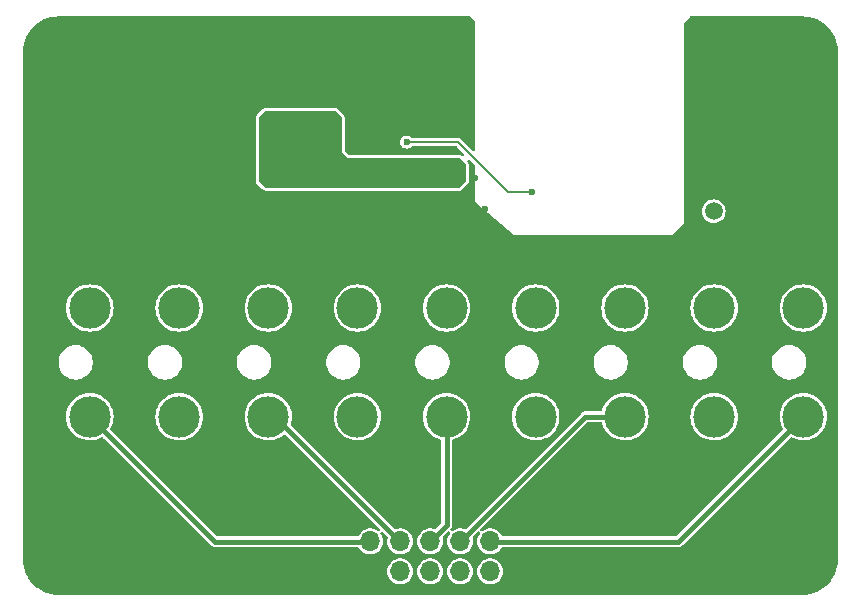
<source format=gbr>
%TF.GenerationSoftware,KiCad,Pcbnew,7.0.11-rc3*%
%TF.CreationDate,2025-03-16T23:27:26+08:00*%
%TF.ProjectId,fuse_box,66757365-5f62-46f7-982e-6b696361645f,rev?*%
%TF.SameCoordinates,Original*%
%TF.FileFunction,Copper,L2,Bot*%
%TF.FilePolarity,Positive*%
%FSLAX46Y46*%
G04 Gerber Fmt 4.6, Leading zero omitted, Abs format (unit mm)*
G04 Created by KiCad (PCBNEW 7.0.11-rc3) date 2025-03-16 23:27:26*
%MOMM*%
%LPD*%
G01*
G04 APERTURE LIST*
G04 Aperture macros list*
%AMRoundRect*
0 Rectangle with rounded corners*
0 $1 Rounding radius*
0 $2 $3 $4 $5 $6 $7 $8 $9 X,Y pos of 4 corners*
0 Add a 4 corners polygon primitive as box body*
4,1,4,$2,$3,$4,$5,$6,$7,$8,$9,$2,$3,0*
0 Add four circle primitives for the rounded corners*
1,1,$1+$1,$2,$3*
1,1,$1+$1,$4,$5*
1,1,$1+$1,$6,$7*
1,1,$1+$1,$8,$9*
0 Add four rect primitives between the rounded corners*
20,1,$1+$1,$2,$3,$4,$5,0*
20,1,$1+$1,$4,$5,$6,$7,0*
20,1,$1+$1,$6,$7,$8,$9,0*
20,1,$1+$1,$8,$9,$2,$3,0*%
G04 Aperture macros list end*
%TA.AperFunction,ComponentPad*%
%ADD10C,5.700000*%
%TD*%
%TA.AperFunction,ComponentPad*%
%ADD11C,3.500000*%
%TD*%
%TA.AperFunction,ComponentPad*%
%ADD12RoundRect,1.500000X1.500000X1.500000X-1.500000X1.500000X-1.500000X-1.500000X1.500000X-1.500000X0*%
%TD*%
%TA.AperFunction,ComponentPad*%
%ADD13C,6.000000*%
%TD*%
%TA.AperFunction,ComponentPad*%
%ADD14C,1.500000*%
%TD*%
%TA.AperFunction,ComponentPad*%
%ADD15O,1.700000X1.700000*%
%TD*%
%TA.AperFunction,ViaPad*%
%ADD16C,0.600000*%
%TD*%
%TA.AperFunction,Conductor*%
%ADD17C,0.200000*%
%TD*%
%TA.AperFunction,Conductor*%
%ADD18C,0.400000*%
%TD*%
G04 APERTURE END LIST*
D10*
%TO.P,H3,1,1*%
%TO.N,GND*%
X131300000Y-40100000D03*
%TD*%
D11*
%TO.P,F6,1*%
%TO.N,+15V*%
X93630000Y-61800000D03*
%TO.P,F6,2*%
%TO.N,P6*%
X93630000Y-71000000D03*
%TD*%
D12*
%TO.P,J1,1,Pin_1*%
%TO.N,VDC*%
X88400000Y-48400000D03*
D13*
%TO.P,J1,2,Pin_2*%
%TO.N,GND*%
X81200000Y-48400000D03*
%TD*%
D11*
%TO.P,F9,1*%
%TO.N,+15V*%
X70980000Y-61800000D03*
%TO.P,F9,2*%
%TO.N,P9*%
X70980000Y-71000000D03*
%TD*%
%TO.P,F5,1*%
%TO.N,+15V*%
X101180000Y-61800000D03*
%TO.P,F5,2*%
%TO.N,P5*%
X101180000Y-71000000D03*
%TD*%
%TO.P,F8,1*%
%TO.N,+15V*%
X78530000Y-61800000D03*
%TO.P,F8,2*%
%TO.N,P8*%
X78530000Y-71000000D03*
%TD*%
D10*
%TO.P,H1,1,1*%
%TO.N,GND*%
X131300000Y-83100000D03*
%TD*%
%TO.P,H2,1,1*%
%TO.N,GND*%
X68300000Y-83100000D03*
%TD*%
D14*
%TO.P,TP1,1,1*%
%TO.N,+15V*%
X123800000Y-53600000D03*
%TD*%
D11*
%TO.P,F1,1*%
%TO.N,+15V*%
X131380000Y-61800000D03*
%TO.P,F1,2*%
%TO.N,P1*%
X131380000Y-71000000D03*
%TD*%
%TO.P,F4,1*%
%TO.N,+15V*%
X108730000Y-61800000D03*
%TO.P,F4,2*%
%TO.N,P4*%
X108730000Y-71000000D03*
%TD*%
%TO.P,F7,1*%
%TO.N,+15V*%
X86080000Y-61800000D03*
%TO.P,F7,2*%
%TO.N,P7*%
X86080000Y-71000000D03*
%TD*%
%TO.P,F2,1*%
%TO.N,+15V*%
X123830000Y-61800000D03*
%TO.P,F2,2*%
%TO.N,P2*%
X123830000Y-71000000D03*
%TD*%
%TO.P,F3,1*%
%TO.N,+15V*%
X116280000Y-61800000D03*
%TO.P,F3,2*%
%TO.N,P3*%
X116280000Y-71000000D03*
%TD*%
D10*
%TO.P,H4,1,1*%
%TO.N,GND*%
X68300000Y-40100000D03*
%TD*%
D15*
%TO.P,J3,1,Pin_1*%
%TO.N,P2*%
X104875000Y-84100000D03*
%TO.P,J3,2,Pin_2*%
%TO.N,P1*%
X104875000Y-81560000D03*
%TO.P,J3,3,Pin_3*%
%TO.N,P4*%
X102335000Y-84100000D03*
%TO.P,J3,4,Pin_4*%
%TO.N,P3*%
X102335000Y-81560000D03*
%TO.P,J3,5,Pin_5*%
%TO.N,P6*%
X99795000Y-84100000D03*
%TO.P,J3,6,Pin_6*%
%TO.N,P5*%
X99795000Y-81560000D03*
%TO.P,J3,7,Pin_7*%
%TO.N,P8*%
X97255000Y-84100000D03*
%TO.P,J3,8,Pin_8*%
%TO.N,P7*%
X97255000Y-81560000D03*
%TO.P,J3,9,Pin_9*%
%TO.N,GND*%
X94715000Y-84100000D03*
%TO.P,J3,10,Pin_10*%
%TO.N,P9*%
X94715000Y-81560000D03*
%TD*%
D16*
%TO.N,VDC*%
X100800000Y-49600000D03*
X101600000Y-50800000D03*
X100050000Y-49600000D03*
X100050000Y-50350000D03*
X100800000Y-51100000D03*
X100800000Y-50350000D03*
X102400000Y-50800000D03*
X100050000Y-51100000D03*
%TO.N,+15V*%
X97800000Y-47750000D03*
X108400000Y-52000000D03*
%TO.N,GND*%
X101600000Y-44000000D03*
X104400000Y-55000000D03*
X102400000Y-44000000D03*
X101600000Y-44800000D03*
X103200000Y-45600000D03*
X102400000Y-44800000D03*
X103600000Y-53400000D03*
X103200000Y-44000000D03*
X104400000Y-53400000D03*
X103200000Y-46400000D03*
X103600000Y-50800000D03*
X103200000Y-44800000D03*
X104400000Y-54200000D03*
%TD*%
D17*
%TO.N,+15V*%
X102150000Y-47750000D02*
X97800000Y-47750000D01*
X106400000Y-52000000D02*
X102150000Y-47750000D01*
X108400000Y-52000000D02*
X106400000Y-52000000D01*
D18*
%TO.N,P1*%
X120805000Y-81575000D02*
X104875000Y-81575000D01*
X131380000Y-71000000D02*
X120805000Y-81575000D01*
%TO.N,P5*%
X101180000Y-80190000D02*
X99795000Y-81575000D01*
X101180000Y-71000000D02*
X101180000Y-80190000D01*
%TO.N,P3*%
X112910000Y-71000000D02*
X102335000Y-81575000D01*
X116280000Y-71000000D02*
X112910000Y-71000000D01*
%TO.N,P7*%
X97255000Y-81575000D02*
X86680000Y-71000000D01*
X86680000Y-71000000D02*
X86080000Y-71000000D01*
%TO.N,P9*%
X70980000Y-71000000D02*
X81555000Y-81575000D01*
X81555000Y-81575000D02*
X94715000Y-81575000D01*
%TD*%
%TA.AperFunction,Conductor*%
%TO.N,GND*%
G36*
X103207841Y-37120185D02*
G01*
X103237630Y-37147038D01*
X103572828Y-37566035D01*
X103599336Y-37630681D01*
X103600000Y-37643497D01*
X103600000Y-48404956D01*
X103580315Y-48471995D01*
X103527511Y-48517750D01*
X103458353Y-48527694D01*
X103394797Y-48498669D01*
X103388319Y-48492637D01*
X102432637Y-47536955D01*
X102416511Y-47517098D01*
X102411437Y-47509331D01*
X102388524Y-47491497D01*
X102378248Y-47482422D01*
X102377309Y-47481627D01*
X102377307Y-47481625D01*
X102361651Y-47470447D01*
X102357544Y-47467385D01*
X102351838Y-47462943D01*
X102319126Y-47437483D01*
X102319124Y-47437482D01*
X102312640Y-47433973D01*
X102306067Y-47430759D01*
X102259409Y-47416868D01*
X102254532Y-47415306D01*
X102208484Y-47399498D01*
X102201287Y-47398297D01*
X102193951Y-47397382D01*
X102145332Y-47399394D01*
X102140207Y-47399500D01*
X98286092Y-47399500D01*
X98219053Y-47379815D01*
X98199587Y-47361913D01*
X98198372Y-47363129D01*
X98192627Y-47357384D01*
X98192621Y-47357379D01*
X98077625Y-47269139D01*
X98077624Y-47269138D01*
X98077622Y-47269137D01*
X97943712Y-47213671D01*
X97943710Y-47213670D01*
X97943709Y-47213670D01*
X97871854Y-47204210D01*
X97800001Y-47194750D01*
X97799999Y-47194750D01*
X97656291Y-47213670D01*
X97656287Y-47213671D01*
X97522377Y-47269137D01*
X97407379Y-47357379D01*
X97319137Y-47472377D01*
X97263671Y-47606287D01*
X97263670Y-47606291D01*
X97244750Y-47749999D01*
X97244750Y-47750000D01*
X97263670Y-47893708D01*
X97263671Y-47893712D01*
X97319137Y-48027622D01*
X97319138Y-48027624D01*
X97319139Y-48027625D01*
X97407379Y-48142621D01*
X97522375Y-48230861D01*
X97656291Y-48286330D01*
X97783280Y-48303048D01*
X97799999Y-48305250D01*
X97800000Y-48305250D01*
X97800001Y-48305250D01*
X97814977Y-48303278D01*
X97943709Y-48286330D01*
X98077625Y-48230861D01*
X98192621Y-48142621D01*
X98192623Y-48142617D01*
X98192627Y-48142615D01*
X98198372Y-48136871D01*
X98200888Y-48139387D01*
X98244183Y-48107797D01*
X98286092Y-48100500D01*
X101953456Y-48100500D01*
X102020495Y-48120185D01*
X102041137Y-48136819D01*
X102638105Y-48733787D01*
X102671590Y-48795110D01*
X102666606Y-48864802D01*
X102624734Y-48920735D01*
X102559270Y-48945152D01*
X102490997Y-48930300D01*
X102481275Y-48923805D01*
X102481094Y-48924082D01*
X102476002Y-48920746D01*
X102475997Y-48920743D01*
X102475993Y-48920740D01*
X102387662Y-48874535D01*
X102387659Y-48874534D01*
X102320624Y-48854850D01*
X102320616Y-48854848D01*
X102248639Y-48844500D01*
X102248638Y-48844500D01*
X92957194Y-48844500D01*
X92890155Y-48824815D01*
X92869513Y-48808181D01*
X92591819Y-48530487D01*
X92558334Y-48469164D01*
X92555500Y-48442806D01*
X92555500Y-45651360D01*
X92555345Y-45648486D01*
X92554036Y-45624048D01*
X92551202Y-45597690D01*
X92521413Y-45502556D01*
X92487928Y-45441233D01*
X92444347Y-45383015D01*
X92444342Y-45383010D01*
X92444334Y-45383001D01*
X92016998Y-44955666D01*
X92016997Y-44955665D01*
X92016985Y-44955653D01*
X91996635Y-44937374D01*
X91996629Y-44937369D01*
X91996620Y-44937361D01*
X91975999Y-44920744D01*
X91975996Y-44920742D01*
X91975993Y-44920740D01*
X91887662Y-44874535D01*
X91887659Y-44874534D01*
X91820624Y-44854850D01*
X91820616Y-44854848D01*
X91748639Y-44844500D01*
X91748638Y-44844500D01*
X85851362Y-44844500D01*
X85851361Y-44844500D01*
X85824065Y-44845963D01*
X85824060Y-44845963D01*
X85824048Y-44845964D01*
X85824040Y-44845964D01*
X85824011Y-44845967D01*
X85797689Y-44848797D01*
X85797687Y-44848798D01*
X85702558Y-44878586D01*
X85702548Y-44878590D01*
X85641238Y-44912068D01*
X85641230Y-44912073D01*
X85583019Y-44955649D01*
X85583001Y-44955665D01*
X85155666Y-45383001D01*
X85155638Y-45383031D01*
X85137361Y-45403379D01*
X85120744Y-45424000D01*
X85120740Y-45424005D01*
X85120740Y-45424007D01*
X85111727Y-45441238D01*
X85074534Y-45512340D01*
X85054850Y-45579375D01*
X85054848Y-45579383D01*
X85044500Y-45651360D01*
X85044500Y-51048639D01*
X85045963Y-51075934D01*
X85045967Y-51075988D01*
X85048797Y-51102310D01*
X85048798Y-51102312D01*
X85078586Y-51197441D01*
X85078590Y-51197451D01*
X85112068Y-51258761D01*
X85112073Y-51258769D01*
X85155649Y-51316980D01*
X85155665Y-51316998D01*
X85446047Y-51607379D01*
X85583015Y-51744347D01*
X85603365Y-51762626D01*
X85603371Y-51762631D01*
X85603379Y-51762638D01*
X85624000Y-51779255D01*
X85624002Y-51779256D01*
X85624007Y-51779260D01*
X85712338Y-51825465D01*
X85779377Y-51845150D01*
X85779381Y-51845150D01*
X85779383Y-51845151D01*
X85791014Y-51846823D01*
X85851362Y-51855500D01*
X85851363Y-51855500D01*
X102248639Y-51855500D01*
X102250075Y-51855422D01*
X102275952Y-51854036D01*
X102302310Y-51851202D01*
X102397444Y-51821413D01*
X102458767Y-51787928D01*
X102516985Y-51744347D01*
X102944347Y-51316985D01*
X102962626Y-51296635D01*
X102979260Y-51275993D01*
X103025465Y-51187662D01*
X103045150Y-51120623D01*
X103055500Y-51048638D01*
X103055500Y-49651362D01*
X103054036Y-49624048D01*
X103051202Y-49597690D01*
X103021413Y-49502556D01*
X102987928Y-49441233D01*
X102962070Y-49406690D01*
X102937654Y-49341228D01*
X102952506Y-49272955D01*
X103001911Y-49223550D01*
X103070184Y-49208698D01*
X103135648Y-49233115D01*
X103149019Y-49244701D01*
X103563681Y-49659363D01*
X103597166Y-49720686D01*
X103600000Y-49747044D01*
X103600000Y-52833333D01*
X106920000Y-55600000D01*
X120300000Y-55600000D01*
X121300000Y-54600000D01*
X121300000Y-53600000D01*
X122794659Y-53600000D01*
X122813975Y-53796129D01*
X122871188Y-53984733D01*
X122964086Y-54158532D01*
X122964090Y-54158539D01*
X123089116Y-54310883D01*
X123241460Y-54435909D01*
X123241467Y-54435913D01*
X123415266Y-54528811D01*
X123415269Y-54528811D01*
X123415273Y-54528814D01*
X123603868Y-54586024D01*
X123800000Y-54605341D01*
X123996132Y-54586024D01*
X124184727Y-54528814D01*
X124358538Y-54435910D01*
X124510883Y-54310883D01*
X124635910Y-54158538D01*
X124728814Y-53984727D01*
X124786024Y-53796132D01*
X124805341Y-53600000D01*
X124786024Y-53403868D01*
X124728814Y-53215273D01*
X124728811Y-53215269D01*
X124728811Y-53215266D01*
X124635913Y-53041467D01*
X124635909Y-53041460D01*
X124510883Y-52889116D01*
X124358539Y-52764090D01*
X124358532Y-52764086D01*
X124184733Y-52671188D01*
X124184727Y-52671186D01*
X123996132Y-52613976D01*
X123996129Y-52613975D01*
X123800000Y-52594659D01*
X123603870Y-52613975D01*
X123415266Y-52671188D01*
X123241467Y-52764086D01*
X123241460Y-52764090D01*
X123089116Y-52889116D01*
X122964090Y-53041460D01*
X122964086Y-53041467D01*
X122871188Y-53215266D01*
X122813975Y-53403870D01*
X122794659Y-53600000D01*
X121300000Y-53600000D01*
X121300000Y-37651362D01*
X121319685Y-37584323D01*
X121336319Y-37563681D01*
X121763181Y-37136819D01*
X121824504Y-37103334D01*
X121850862Y-37100500D01*
X131234108Y-37100500D01*
X131296754Y-37100500D01*
X131303244Y-37100670D01*
X131607046Y-37116592D01*
X131619953Y-37117949D01*
X131739096Y-37136819D01*
X131917209Y-37165028D01*
X131929896Y-37167724D01*
X132220625Y-37245625D01*
X132232965Y-37249635D01*
X132513938Y-37357490D01*
X132525790Y-37362767D01*
X132793968Y-37499411D01*
X132805199Y-37505896D01*
X133057608Y-37669812D01*
X133068109Y-37677441D01*
X133302010Y-37866850D01*
X133311655Y-37875535D01*
X133524464Y-38088344D01*
X133533149Y-38097989D01*
X133722558Y-38331890D01*
X133730187Y-38342391D01*
X133894101Y-38594796D01*
X133900591Y-38606036D01*
X134037231Y-38874206D01*
X134042510Y-38886064D01*
X134150363Y-39167033D01*
X134154374Y-39179376D01*
X134232273Y-39470097D01*
X134234971Y-39482794D01*
X134282050Y-39780046D01*
X134283407Y-39792953D01*
X134299330Y-40096756D01*
X134299500Y-40103246D01*
X134299500Y-83096753D01*
X134299330Y-83103243D01*
X134283407Y-83407046D01*
X134282050Y-83419953D01*
X134234971Y-83717205D01*
X134232273Y-83729902D01*
X134154374Y-84020623D01*
X134150363Y-84032966D01*
X134042510Y-84313935D01*
X134037231Y-84325793D01*
X133900591Y-84593963D01*
X133894101Y-84605203D01*
X133730187Y-84857608D01*
X133722558Y-84868109D01*
X133533149Y-85102010D01*
X133524464Y-85111655D01*
X133311655Y-85324464D01*
X133302010Y-85333149D01*
X133068109Y-85522558D01*
X133057608Y-85530187D01*
X132805203Y-85694101D01*
X132793963Y-85700591D01*
X132525793Y-85837231D01*
X132513935Y-85842510D01*
X132232966Y-85950363D01*
X132220623Y-85954374D01*
X131929902Y-86032273D01*
X131917205Y-86034971D01*
X131619953Y-86082050D01*
X131607046Y-86083407D01*
X131303244Y-86099330D01*
X131296754Y-86099500D01*
X68303246Y-86099500D01*
X68296756Y-86099330D01*
X67992953Y-86083407D01*
X67980046Y-86082050D01*
X67682794Y-86034971D01*
X67670097Y-86032273D01*
X67379376Y-85954374D01*
X67367033Y-85950363D01*
X67086064Y-85842510D01*
X67074206Y-85837231D01*
X66806036Y-85700591D01*
X66794796Y-85694101D01*
X66542391Y-85530187D01*
X66531890Y-85522558D01*
X66297989Y-85333149D01*
X66288344Y-85324464D01*
X66075535Y-85111655D01*
X66066850Y-85102010D01*
X65877441Y-84868109D01*
X65869812Y-84857608D01*
X65861351Y-84844579D01*
X65705896Y-84605199D01*
X65699408Y-84593963D01*
X65562768Y-84325793D01*
X65557489Y-84313935D01*
X65553323Y-84303083D01*
X65475367Y-84100000D01*
X96149785Y-84100000D01*
X96168602Y-84303082D01*
X96224417Y-84499247D01*
X96224422Y-84499260D01*
X96315327Y-84681821D01*
X96438237Y-84844581D01*
X96588958Y-84981980D01*
X96588960Y-84981982D01*
X96688141Y-85043392D01*
X96762363Y-85089348D01*
X96952544Y-85163024D01*
X97153024Y-85200500D01*
X97153026Y-85200500D01*
X97356974Y-85200500D01*
X97356976Y-85200500D01*
X97557456Y-85163024D01*
X97747637Y-85089348D01*
X97921041Y-84981981D01*
X98071764Y-84844579D01*
X98194673Y-84681821D01*
X98285582Y-84499250D01*
X98341397Y-84303083D01*
X98360215Y-84100000D01*
X98689785Y-84100000D01*
X98708602Y-84303082D01*
X98764417Y-84499247D01*
X98764422Y-84499260D01*
X98855327Y-84681821D01*
X98978237Y-84844581D01*
X99128958Y-84981980D01*
X99128960Y-84981982D01*
X99228141Y-85043392D01*
X99302363Y-85089348D01*
X99492544Y-85163024D01*
X99693024Y-85200500D01*
X99693026Y-85200500D01*
X99896974Y-85200500D01*
X99896976Y-85200500D01*
X100097456Y-85163024D01*
X100287637Y-85089348D01*
X100461041Y-84981981D01*
X100611764Y-84844579D01*
X100734673Y-84681821D01*
X100825582Y-84499250D01*
X100881397Y-84303083D01*
X100900215Y-84100000D01*
X101229785Y-84100000D01*
X101248602Y-84303082D01*
X101304417Y-84499247D01*
X101304422Y-84499260D01*
X101395327Y-84681821D01*
X101518237Y-84844581D01*
X101668958Y-84981980D01*
X101668960Y-84981982D01*
X101768141Y-85043392D01*
X101842363Y-85089348D01*
X102032544Y-85163024D01*
X102233024Y-85200500D01*
X102233026Y-85200500D01*
X102436974Y-85200500D01*
X102436976Y-85200500D01*
X102637456Y-85163024D01*
X102827637Y-85089348D01*
X103001041Y-84981981D01*
X103151764Y-84844579D01*
X103274673Y-84681821D01*
X103365582Y-84499250D01*
X103421397Y-84303083D01*
X103440215Y-84100000D01*
X103769785Y-84100000D01*
X103788602Y-84303082D01*
X103844417Y-84499247D01*
X103844422Y-84499260D01*
X103935327Y-84681821D01*
X104058237Y-84844581D01*
X104208958Y-84981980D01*
X104208960Y-84981982D01*
X104308141Y-85043392D01*
X104382363Y-85089348D01*
X104572544Y-85163024D01*
X104773024Y-85200500D01*
X104773026Y-85200500D01*
X104976974Y-85200500D01*
X104976976Y-85200500D01*
X105177456Y-85163024D01*
X105367637Y-85089348D01*
X105541041Y-84981981D01*
X105691764Y-84844579D01*
X105814673Y-84681821D01*
X105905582Y-84499250D01*
X105961397Y-84303083D01*
X105980215Y-84100000D01*
X105961397Y-83896917D01*
X105905582Y-83700750D01*
X105881947Y-83653285D01*
X105861272Y-83611764D01*
X105814673Y-83518179D01*
X105691764Y-83355421D01*
X105691762Y-83355418D01*
X105541041Y-83218019D01*
X105541039Y-83218017D01*
X105367642Y-83110655D01*
X105367635Y-83110651D01*
X105272546Y-83073814D01*
X105177456Y-83036976D01*
X104976976Y-82999500D01*
X104773024Y-82999500D01*
X104572544Y-83036976D01*
X104572541Y-83036976D01*
X104572541Y-83036977D01*
X104382364Y-83110651D01*
X104382357Y-83110655D01*
X104208960Y-83218017D01*
X104208958Y-83218019D01*
X104058237Y-83355418D01*
X103935327Y-83518178D01*
X103844422Y-83700739D01*
X103844417Y-83700752D01*
X103788602Y-83896917D01*
X103769785Y-84099999D01*
X103769785Y-84100000D01*
X103440215Y-84100000D01*
X103421397Y-83896917D01*
X103365582Y-83700750D01*
X103341947Y-83653285D01*
X103321272Y-83611764D01*
X103274673Y-83518179D01*
X103151764Y-83355421D01*
X103151762Y-83355418D01*
X103001041Y-83218019D01*
X103001039Y-83218017D01*
X102827642Y-83110655D01*
X102827635Y-83110651D01*
X102732546Y-83073814D01*
X102637456Y-83036976D01*
X102436976Y-82999500D01*
X102233024Y-82999500D01*
X102032544Y-83036976D01*
X102032541Y-83036976D01*
X102032541Y-83036977D01*
X101842364Y-83110651D01*
X101842357Y-83110655D01*
X101668960Y-83218017D01*
X101668958Y-83218019D01*
X101518237Y-83355418D01*
X101395327Y-83518178D01*
X101304422Y-83700739D01*
X101304417Y-83700752D01*
X101248602Y-83896917D01*
X101229785Y-84099999D01*
X101229785Y-84100000D01*
X100900215Y-84100000D01*
X100881397Y-83896917D01*
X100825582Y-83700750D01*
X100801947Y-83653285D01*
X100781272Y-83611764D01*
X100734673Y-83518179D01*
X100611764Y-83355421D01*
X100611762Y-83355418D01*
X100461041Y-83218019D01*
X100461039Y-83218017D01*
X100287642Y-83110655D01*
X100287635Y-83110651D01*
X100192546Y-83073814D01*
X100097456Y-83036976D01*
X99896976Y-82999500D01*
X99693024Y-82999500D01*
X99492544Y-83036976D01*
X99492541Y-83036976D01*
X99492541Y-83036977D01*
X99302364Y-83110651D01*
X99302357Y-83110655D01*
X99128960Y-83218017D01*
X99128958Y-83218019D01*
X98978237Y-83355418D01*
X98855327Y-83518178D01*
X98764422Y-83700739D01*
X98764417Y-83700752D01*
X98708602Y-83896917D01*
X98689785Y-84099999D01*
X98689785Y-84100000D01*
X98360215Y-84100000D01*
X98341397Y-83896917D01*
X98285582Y-83700750D01*
X98261947Y-83653285D01*
X98241272Y-83611764D01*
X98194673Y-83518179D01*
X98071764Y-83355421D01*
X98071762Y-83355418D01*
X97921041Y-83218019D01*
X97921039Y-83218017D01*
X97747642Y-83110655D01*
X97747635Y-83110651D01*
X97652546Y-83073814D01*
X97557456Y-83036976D01*
X97356976Y-82999500D01*
X97153024Y-82999500D01*
X96952544Y-83036976D01*
X96952541Y-83036976D01*
X96952541Y-83036977D01*
X96762364Y-83110651D01*
X96762357Y-83110655D01*
X96588960Y-83218017D01*
X96588958Y-83218019D01*
X96438237Y-83355418D01*
X96315327Y-83518178D01*
X96224422Y-83700739D01*
X96224417Y-83700752D01*
X96168602Y-83896917D01*
X96149785Y-84099999D01*
X96149785Y-84100000D01*
X65475367Y-84100000D01*
X65449635Y-84032965D01*
X65445625Y-84020623D01*
X65367726Y-83729902D01*
X65365028Y-83717205D01*
X65317949Y-83419953D01*
X65316592Y-83407046D01*
X65300670Y-83103243D01*
X65300500Y-83096753D01*
X65300500Y-71000001D01*
X68974390Y-71000001D01*
X68994804Y-71285433D01*
X69055628Y-71565037D01*
X69055630Y-71565043D01*
X69055631Y-71565046D01*
X69060984Y-71579398D01*
X69155635Y-71833166D01*
X69292770Y-72084309D01*
X69292775Y-72084317D01*
X69464254Y-72313387D01*
X69464270Y-72313405D01*
X69666594Y-72515729D01*
X69666612Y-72515745D01*
X69895682Y-72687224D01*
X69895690Y-72687229D01*
X70146833Y-72824364D01*
X70146832Y-72824364D01*
X70146836Y-72824365D01*
X70146839Y-72824367D01*
X70414954Y-72924369D01*
X70414960Y-72924370D01*
X70414962Y-72924371D01*
X70694566Y-72985195D01*
X70694568Y-72985195D01*
X70694572Y-72985196D01*
X70948220Y-73003337D01*
X70979999Y-73005610D01*
X70980000Y-73005610D01*
X70980001Y-73005610D01*
X71008595Y-73003564D01*
X71265428Y-72985196D01*
X71489658Y-72936418D01*
X71545037Y-72924371D01*
X71545037Y-72924370D01*
X71545046Y-72924369D01*
X71813161Y-72824367D01*
X71960730Y-72743786D01*
X72028999Y-72728936D01*
X72094464Y-72753352D01*
X72107835Y-72764939D01*
X81213634Y-81870738D01*
X81222899Y-81881105D01*
X81245121Y-81908970D01*
X81292335Y-81941160D01*
X81296117Y-81943843D01*
X81342121Y-81977795D01*
X81349672Y-81981785D01*
X81357322Y-81985468D01*
X81357327Y-81985472D01*
X81411965Y-82002325D01*
X81416353Y-82003769D01*
X81459486Y-82018862D01*
X81470300Y-82022646D01*
X81478688Y-82024232D01*
X81487095Y-82025500D01*
X81487098Y-82025500D01*
X81544261Y-82025500D01*
X81548898Y-82025587D01*
X81606009Y-82027724D01*
X81606009Y-82027723D01*
X81606010Y-82027724D01*
X81606010Y-82027723D01*
X81615243Y-82026684D01*
X81615336Y-82027513D01*
X81630636Y-82025500D01*
X93640629Y-82025500D01*
X93707668Y-82045185D01*
X93751627Y-82094226D01*
X93775327Y-82141821D01*
X93775329Y-82141823D01*
X93898237Y-82304581D01*
X94048958Y-82441980D01*
X94048960Y-82441982D01*
X94148141Y-82503392D01*
X94222363Y-82549348D01*
X94412544Y-82623024D01*
X94613024Y-82660500D01*
X94613026Y-82660500D01*
X94816974Y-82660500D01*
X94816976Y-82660500D01*
X95017456Y-82623024D01*
X95207637Y-82549348D01*
X95381041Y-82441981D01*
X95531764Y-82304579D01*
X95654673Y-82141821D01*
X95745582Y-81959250D01*
X95801397Y-81763083D01*
X95820215Y-81560000D01*
X95801397Y-81356917D01*
X95745582Y-81160750D01*
X95727976Y-81125393D01*
X95693309Y-81055771D01*
X95654673Y-80978179D01*
X95601130Y-80907277D01*
X95576439Y-80841917D01*
X95591004Y-80773582D01*
X95640201Y-80723969D01*
X95708411Y-80708831D01*
X95773978Y-80732973D01*
X95787766Y-80744870D01*
X96168289Y-81125393D01*
X96201774Y-81186716D01*
X96199875Y-81247005D01*
X96175307Y-81333352D01*
X96168602Y-81356920D01*
X96149785Y-81559999D01*
X96149785Y-81560000D01*
X96168602Y-81763082D01*
X96224417Y-81959247D01*
X96224422Y-81959260D01*
X96315327Y-82141821D01*
X96438237Y-82304581D01*
X96588958Y-82441980D01*
X96588960Y-82441982D01*
X96688141Y-82503392D01*
X96762363Y-82549348D01*
X96952544Y-82623024D01*
X97153024Y-82660500D01*
X97153026Y-82660500D01*
X97356974Y-82660500D01*
X97356976Y-82660500D01*
X97557456Y-82623024D01*
X97747637Y-82549348D01*
X97921041Y-82441981D01*
X98071764Y-82304579D01*
X98194673Y-82141821D01*
X98285582Y-81959250D01*
X98341397Y-81763083D01*
X98360215Y-81560000D01*
X98689785Y-81560000D01*
X98708602Y-81763082D01*
X98764417Y-81959247D01*
X98764422Y-81959260D01*
X98855327Y-82141821D01*
X98978237Y-82304581D01*
X99128958Y-82441980D01*
X99128960Y-82441982D01*
X99228141Y-82503392D01*
X99302363Y-82549348D01*
X99492544Y-82623024D01*
X99693024Y-82660500D01*
X99693026Y-82660500D01*
X99896974Y-82660500D01*
X99896976Y-82660500D01*
X100097456Y-82623024D01*
X100287637Y-82549348D01*
X100461041Y-82441981D01*
X100611764Y-82304579D01*
X100734673Y-82141821D01*
X100825582Y-81959250D01*
X100881397Y-81763083D01*
X100900215Y-81560000D01*
X100881397Y-81356917D01*
X100850124Y-81247006D01*
X100850710Y-81177141D01*
X100881707Y-81125394D01*
X101262241Y-80744860D01*
X101323562Y-80711377D01*
X101393254Y-80716361D01*
X101449187Y-80758233D01*
X101473604Y-80823697D01*
X101458752Y-80891970D01*
X101448875Y-80907269D01*
X101395327Y-80978179D01*
X101304422Y-81160739D01*
X101304417Y-81160752D01*
X101248602Y-81356917D01*
X101229785Y-81559999D01*
X101229785Y-81560000D01*
X101248602Y-81763082D01*
X101304417Y-81959247D01*
X101304422Y-81959260D01*
X101395327Y-82141821D01*
X101518237Y-82304581D01*
X101668958Y-82441980D01*
X101668960Y-82441982D01*
X101768141Y-82503392D01*
X101842363Y-82549348D01*
X102032544Y-82623024D01*
X102233024Y-82660500D01*
X102233026Y-82660500D01*
X102436974Y-82660500D01*
X102436976Y-82660500D01*
X102637456Y-82623024D01*
X102827637Y-82549348D01*
X103001041Y-82441981D01*
X103151764Y-82304579D01*
X103274673Y-82141821D01*
X103365582Y-81959250D01*
X103421397Y-81763083D01*
X103440215Y-81560000D01*
X103421397Y-81356917D01*
X103390124Y-81247004D01*
X103390710Y-81177142D01*
X103421707Y-81125395D01*
X103802238Y-80744864D01*
X103863559Y-80711381D01*
X103933251Y-80716365D01*
X103989184Y-80758237D01*
X104013601Y-80823701D01*
X103998749Y-80891974D01*
X103988872Y-80907273D01*
X103935327Y-80978179D01*
X103844422Y-81160739D01*
X103844417Y-81160752D01*
X103788602Y-81356917D01*
X103769785Y-81559999D01*
X103769785Y-81560000D01*
X103788602Y-81763082D01*
X103844417Y-81959247D01*
X103844422Y-81959260D01*
X103935327Y-82141821D01*
X104058237Y-82304581D01*
X104208958Y-82441980D01*
X104208960Y-82441982D01*
X104308141Y-82503392D01*
X104382363Y-82549348D01*
X104572544Y-82623024D01*
X104773024Y-82660500D01*
X104773026Y-82660500D01*
X104976974Y-82660500D01*
X104976976Y-82660500D01*
X105177456Y-82623024D01*
X105367637Y-82549348D01*
X105541041Y-82441981D01*
X105691764Y-82304579D01*
X105814673Y-82141821D01*
X105838372Y-82094226D01*
X105885873Y-82042992D01*
X105949371Y-82025500D01*
X120772738Y-82025500D01*
X120786620Y-82026279D01*
X120790208Y-82026684D01*
X120822033Y-82030270D01*
X120822033Y-82030269D01*
X120822035Y-82030270D01*
X120878236Y-82019635D01*
X120882726Y-82018872D01*
X120939287Y-82010348D01*
X120939291Y-82010345D01*
X120947447Y-82007830D01*
X120955469Y-82005024D01*
X120955470Y-82005023D01*
X120955472Y-82005023D01*
X121006088Y-81978270D01*
X121010093Y-81976248D01*
X121061642Y-81951425D01*
X121061643Y-81951423D01*
X121061645Y-81951423D01*
X121068695Y-81946616D01*
X121075534Y-81941567D01*
X121075538Y-81941566D01*
X121115975Y-81901127D01*
X121119261Y-81897961D01*
X121161194Y-81859055D01*
X121161196Y-81859050D01*
X121166987Y-81851790D01*
X121167643Y-81852313D01*
X121177032Y-81840070D01*
X130252165Y-72764937D01*
X130313486Y-72731454D01*
X130383178Y-72736438D01*
X130399262Y-72743783D01*
X130546839Y-72824367D01*
X130814954Y-72924369D01*
X130814960Y-72924370D01*
X130814962Y-72924371D01*
X131094566Y-72985195D01*
X131094568Y-72985195D01*
X131094572Y-72985196D01*
X131348220Y-73003337D01*
X131379999Y-73005610D01*
X131380000Y-73005610D01*
X131380001Y-73005610D01*
X131408595Y-73003564D01*
X131665428Y-72985196D01*
X131889658Y-72936418D01*
X131945037Y-72924371D01*
X131945037Y-72924370D01*
X131945046Y-72924369D01*
X132213161Y-72824367D01*
X132464315Y-72687226D01*
X132693395Y-72515739D01*
X132895739Y-72313395D01*
X133067226Y-72084315D01*
X133204367Y-71833161D01*
X133304369Y-71565046D01*
X133365196Y-71285428D01*
X133385610Y-71000000D01*
X133365196Y-70714572D01*
X133346672Y-70629420D01*
X133304371Y-70434962D01*
X133304370Y-70434960D01*
X133304369Y-70434954D01*
X133204367Y-70166839D01*
X133067226Y-69915685D01*
X133067224Y-69915682D01*
X132895745Y-69686612D01*
X132895729Y-69686594D01*
X132693405Y-69484270D01*
X132693387Y-69484254D01*
X132464317Y-69312775D01*
X132464309Y-69312770D01*
X132213166Y-69175635D01*
X132213167Y-69175635D01*
X132105915Y-69135632D01*
X131945046Y-69075631D01*
X131945043Y-69075630D01*
X131945037Y-69075628D01*
X131665433Y-69014804D01*
X131380001Y-68994390D01*
X131379999Y-68994390D01*
X131094566Y-69014804D01*
X130814962Y-69075628D01*
X130546833Y-69175635D01*
X130295690Y-69312770D01*
X130295682Y-69312775D01*
X130066612Y-69484254D01*
X130066594Y-69484270D01*
X129864270Y-69686594D01*
X129864254Y-69686612D01*
X129692775Y-69915682D01*
X129692770Y-69915690D01*
X129555635Y-70166833D01*
X129455628Y-70434962D01*
X129394804Y-70714566D01*
X129374390Y-70999998D01*
X129374390Y-71000001D01*
X129394804Y-71285433D01*
X129455628Y-71565037D01*
X129455630Y-71565043D01*
X129455631Y-71565046D01*
X129460984Y-71579398D01*
X129555635Y-71833167D01*
X129636210Y-71980728D01*
X129651062Y-72049001D01*
X129626645Y-72114466D01*
X129615059Y-72127836D01*
X120654716Y-81088181D01*
X120593393Y-81121666D01*
X120567035Y-81124500D01*
X105964309Y-81124500D01*
X105897270Y-81104815D01*
X105853310Y-81055773D01*
X105814673Y-80978179D01*
X105691764Y-80815421D01*
X105691762Y-80815418D01*
X105541041Y-80678019D01*
X105541039Y-80678017D01*
X105367642Y-80570655D01*
X105367635Y-80570651D01*
X105216212Y-80511990D01*
X105177456Y-80496976D01*
X104976976Y-80459500D01*
X104773024Y-80459500D01*
X104572544Y-80496976D01*
X104572541Y-80496976D01*
X104572541Y-80496977D01*
X104382364Y-80570651D01*
X104382357Y-80570655D01*
X104225217Y-80667952D01*
X104157857Y-80686507D01*
X104091157Y-80665699D01*
X104046296Y-80612134D01*
X104037516Y-80542818D01*
X104067605Y-80479759D01*
X104072259Y-80474844D01*
X113060285Y-71486819D01*
X113121608Y-71453334D01*
X113147966Y-71450500D01*
X114230787Y-71450500D01*
X114297826Y-71470185D01*
X114343581Y-71522989D01*
X114351953Y-71548140D01*
X114355629Y-71565039D01*
X114355630Y-71565042D01*
X114355631Y-71565046D01*
X114455633Y-71833161D01*
X114455635Y-71833166D01*
X114592770Y-72084309D01*
X114592775Y-72084317D01*
X114764254Y-72313387D01*
X114764270Y-72313405D01*
X114966594Y-72515729D01*
X114966612Y-72515745D01*
X115195682Y-72687224D01*
X115195690Y-72687229D01*
X115446833Y-72824364D01*
X115446832Y-72824364D01*
X115446836Y-72824365D01*
X115446839Y-72824367D01*
X115714954Y-72924369D01*
X115714960Y-72924370D01*
X115714962Y-72924371D01*
X115994566Y-72985195D01*
X115994568Y-72985195D01*
X115994572Y-72985196D01*
X116248220Y-73003337D01*
X116279999Y-73005610D01*
X116280000Y-73005610D01*
X116280001Y-73005610D01*
X116308595Y-73003564D01*
X116565428Y-72985196D01*
X116789658Y-72936418D01*
X116845037Y-72924371D01*
X116845037Y-72924370D01*
X116845046Y-72924369D01*
X117113161Y-72824367D01*
X117364315Y-72687226D01*
X117593395Y-72515739D01*
X117795739Y-72313395D01*
X117967226Y-72084315D01*
X118104367Y-71833161D01*
X118204369Y-71565046D01*
X118265196Y-71285428D01*
X118285610Y-71000001D01*
X121824390Y-71000001D01*
X121844804Y-71285433D01*
X121905628Y-71565037D01*
X121905630Y-71565043D01*
X121905631Y-71565046D01*
X121910984Y-71579398D01*
X122005635Y-71833166D01*
X122142770Y-72084309D01*
X122142775Y-72084317D01*
X122314254Y-72313387D01*
X122314270Y-72313405D01*
X122516594Y-72515729D01*
X122516612Y-72515745D01*
X122745682Y-72687224D01*
X122745690Y-72687229D01*
X122996833Y-72824364D01*
X122996832Y-72824364D01*
X122996836Y-72824365D01*
X122996839Y-72824367D01*
X123264954Y-72924369D01*
X123264960Y-72924370D01*
X123264962Y-72924371D01*
X123544566Y-72985195D01*
X123544568Y-72985195D01*
X123544572Y-72985196D01*
X123798220Y-73003337D01*
X123829999Y-73005610D01*
X123830000Y-73005610D01*
X123830001Y-73005610D01*
X123858595Y-73003564D01*
X124115428Y-72985196D01*
X124339658Y-72936418D01*
X124395037Y-72924371D01*
X124395037Y-72924370D01*
X124395046Y-72924369D01*
X124663161Y-72824367D01*
X124914315Y-72687226D01*
X125143395Y-72515739D01*
X125345739Y-72313395D01*
X125517226Y-72084315D01*
X125654367Y-71833161D01*
X125754369Y-71565046D01*
X125815196Y-71285428D01*
X125835610Y-71000000D01*
X125815196Y-70714572D01*
X125796672Y-70629420D01*
X125754371Y-70434962D01*
X125754370Y-70434960D01*
X125754369Y-70434954D01*
X125654367Y-70166839D01*
X125517226Y-69915685D01*
X125517224Y-69915682D01*
X125345745Y-69686612D01*
X125345729Y-69686594D01*
X125143405Y-69484270D01*
X125143387Y-69484254D01*
X124914317Y-69312775D01*
X124914309Y-69312770D01*
X124663166Y-69175635D01*
X124663167Y-69175635D01*
X124555915Y-69135632D01*
X124395046Y-69075631D01*
X124395043Y-69075630D01*
X124395037Y-69075628D01*
X124115433Y-69014804D01*
X123830001Y-68994390D01*
X123829999Y-68994390D01*
X123544566Y-69014804D01*
X123264962Y-69075628D01*
X122996833Y-69175635D01*
X122745690Y-69312770D01*
X122745682Y-69312775D01*
X122516612Y-69484254D01*
X122516594Y-69484270D01*
X122314270Y-69686594D01*
X122314254Y-69686612D01*
X122142775Y-69915682D01*
X122142770Y-69915690D01*
X122005635Y-70166833D01*
X121905628Y-70434962D01*
X121844804Y-70714566D01*
X121824390Y-70999998D01*
X121824390Y-71000001D01*
X118285610Y-71000001D01*
X118285610Y-71000000D01*
X118265196Y-70714572D01*
X118246672Y-70629420D01*
X118204371Y-70434962D01*
X118204370Y-70434960D01*
X118204369Y-70434954D01*
X118104367Y-70166839D01*
X117967226Y-69915685D01*
X117967224Y-69915682D01*
X117795745Y-69686612D01*
X117795729Y-69686594D01*
X117593405Y-69484270D01*
X117593387Y-69484254D01*
X117364317Y-69312775D01*
X117364309Y-69312770D01*
X117113166Y-69175635D01*
X117113167Y-69175635D01*
X117005915Y-69135632D01*
X116845046Y-69075631D01*
X116845043Y-69075630D01*
X116845037Y-69075628D01*
X116565433Y-69014804D01*
X116280001Y-68994390D01*
X116279999Y-68994390D01*
X115994566Y-69014804D01*
X115714962Y-69075628D01*
X115446833Y-69175635D01*
X115195690Y-69312770D01*
X115195682Y-69312775D01*
X114966612Y-69484254D01*
X114966594Y-69484270D01*
X114764270Y-69686594D01*
X114764254Y-69686612D01*
X114592775Y-69915682D01*
X114592770Y-69915690D01*
X114455635Y-70166833D01*
X114355629Y-70434960D01*
X114351953Y-70451860D01*
X114318467Y-70513182D01*
X114257144Y-70546667D01*
X114230787Y-70549500D01*
X112942262Y-70549500D01*
X112928379Y-70548720D01*
X112923370Y-70548155D01*
X112892963Y-70544729D01*
X112836810Y-70555354D01*
X112832241Y-70556131D01*
X112775715Y-70564651D01*
X112767532Y-70567175D01*
X112759529Y-70569976D01*
X112708985Y-70596689D01*
X112704848Y-70598777D01*
X112653358Y-70623573D01*
X112646338Y-70628359D01*
X112639460Y-70633435D01*
X112599058Y-70673837D01*
X112595722Y-70677051D01*
X112553804Y-70715946D01*
X112548013Y-70723208D01*
X112547362Y-70722688D01*
X112537967Y-70734928D01*
X102794390Y-80478505D01*
X102733067Y-80511990D01*
X102663375Y-80507006D01*
X102661917Y-80506451D01*
X102637463Y-80496977D01*
X102538644Y-80478505D01*
X102436976Y-80459500D01*
X102233024Y-80459500D01*
X102032544Y-80496976D01*
X102032541Y-80496976D01*
X102032541Y-80496977D01*
X101842364Y-80570651D01*
X101842357Y-80570655D01*
X101687632Y-80666456D01*
X101620271Y-80685011D01*
X101553572Y-80664203D01*
X101508711Y-80610638D01*
X101499931Y-80541322D01*
X101519901Y-80491179D01*
X101527687Y-80479759D01*
X101546191Y-80452617D01*
X101548812Y-80448923D01*
X101582793Y-80402882D01*
X101582793Y-80402879D01*
X101582795Y-80402878D01*
X101586787Y-80395324D01*
X101590471Y-80387675D01*
X101607324Y-80333035D01*
X101608762Y-80328662D01*
X101627646Y-80274699D01*
X101627646Y-80274696D01*
X101629228Y-80266336D01*
X101630500Y-80257899D01*
X101630500Y-80200754D01*
X101630587Y-80196116D01*
X101632725Y-80138990D01*
X101631685Y-80129758D01*
X101632513Y-80129664D01*
X101630500Y-80114361D01*
X101630500Y-73049212D01*
X101650185Y-72982173D01*
X101702989Y-72936418D01*
X101728141Y-72928046D01*
X101745046Y-72924369D01*
X102013161Y-72824367D01*
X102264315Y-72687226D01*
X102493395Y-72515739D01*
X102695739Y-72313395D01*
X102867226Y-72084315D01*
X103004367Y-71833161D01*
X103104369Y-71565046D01*
X103165196Y-71285428D01*
X103185610Y-71000001D01*
X106724390Y-71000001D01*
X106744804Y-71285433D01*
X106805628Y-71565037D01*
X106805630Y-71565043D01*
X106805631Y-71565046D01*
X106810984Y-71579398D01*
X106905635Y-71833166D01*
X107042770Y-72084309D01*
X107042775Y-72084317D01*
X107214254Y-72313387D01*
X107214270Y-72313405D01*
X107416594Y-72515729D01*
X107416612Y-72515745D01*
X107645682Y-72687224D01*
X107645690Y-72687229D01*
X107896833Y-72824364D01*
X107896832Y-72824364D01*
X107896836Y-72824365D01*
X107896839Y-72824367D01*
X108164954Y-72924369D01*
X108164960Y-72924370D01*
X108164962Y-72924371D01*
X108444566Y-72985195D01*
X108444568Y-72985195D01*
X108444572Y-72985196D01*
X108698220Y-73003337D01*
X108729999Y-73005610D01*
X108730000Y-73005610D01*
X108730001Y-73005610D01*
X108758595Y-73003564D01*
X109015428Y-72985196D01*
X109239658Y-72936418D01*
X109295037Y-72924371D01*
X109295037Y-72924370D01*
X109295046Y-72924369D01*
X109563161Y-72824367D01*
X109814315Y-72687226D01*
X110043395Y-72515739D01*
X110245739Y-72313395D01*
X110417226Y-72084315D01*
X110554367Y-71833161D01*
X110654369Y-71565046D01*
X110715196Y-71285428D01*
X110735610Y-71000000D01*
X110715196Y-70714572D01*
X110696672Y-70629420D01*
X110654371Y-70434962D01*
X110654370Y-70434960D01*
X110654369Y-70434954D01*
X110554367Y-70166839D01*
X110417226Y-69915685D01*
X110417224Y-69915682D01*
X110245745Y-69686612D01*
X110245729Y-69686594D01*
X110043405Y-69484270D01*
X110043387Y-69484254D01*
X109814317Y-69312775D01*
X109814309Y-69312770D01*
X109563166Y-69175635D01*
X109563167Y-69175635D01*
X109455915Y-69135632D01*
X109295046Y-69075631D01*
X109295043Y-69075630D01*
X109295037Y-69075628D01*
X109015433Y-69014804D01*
X108730001Y-68994390D01*
X108729999Y-68994390D01*
X108444566Y-69014804D01*
X108164962Y-69075628D01*
X107896833Y-69175635D01*
X107645690Y-69312770D01*
X107645682Y-69312775D01*
X107416612Y-69484254D01*
X107416594Y-69484270D01*
X107214270Y-69686594D01*
X107214254Y-69686612D01*
X107042775Y-69915682D01*
X107042770Y-69915690D01*
X106905635Y-70166833D01*
X106805628Y-70434962D01*
X106744804Y-70714566D01*
X106724390Y-70999998D01*
X106724390Y-71000001D01*
X103185610Y-71000001D01*
X103185610Y-71000000D01*
X103165196Y-70714572D01*
X103146672Y-70629420D01*
X103104371Y-70434962D01*
X103104370Y-70434960D01*
X103104369Y-70434954D01*
X103004367Y-70166839D01*
X102867226Y-69915685D01*
X102867224Y-69915682D01*
X102695745Y-69686612D01*
X102695729Y-69686594D01*
X102493405Y-69484270D01*
X102493387Y-69484254D01*
X102264317Y-69312775D01*
X102264309Y-69312770D01*
X102013166Y-69175635D01*
X102013167Y-69175635D01*
X101905915Y-69135632D01*
X101745046Y-69075631D01*
X101745043Y-69075630D01*
X101745037Y-69075628D01*
X101465433Y-69014804D01*
X101180001Y-68994390D01*
X101179999Y-68994390D01*
X100894566Y-69014804D01*
X100614962Y-69075628D01*
X100346833Y-69175635D01*
X100095690Y-69312770D01*
X100095682Y-69312775D01*
X99866612Y-69484254D01*
X99866594Y-69484270D01*
X99664270Y-69686594D01*
X99664254Y-69686612D01*
X99492775Y-69915682D01*
X99492770Y-69915690D01*
X99355635Y-70166833D01*
X99255628Y-70434962D01*
X99194804Y-70714566D01*
X99174390Y-70999998D01*
X99174390Y-71000001D01*
X99194804Y-71285433D01*
X99255628Y-71565037D01*
X99255630Y-71565043D01*
X99255631Y-71565046D01*
X99260984Y-71579398D01*
X99355635Y-71833166D01*
X99492770Y-72084309D01*
X99492775Y-72084317D01*
X99664254Y-72313387D01*
X99664270Y-72313405D01*
X99866594Y-72515729D01*
X99866612Y-72515745D01*
X100095682Y-72687224D01*
X100095690Y-72687229D01*
X100346833Y-72824364D01*
X100346832Y-72824364D01*
X100346836Y-72824365D01*
X100346839Y-72824367D01*
X100614954Y-72924369D01*
X100631856Y-72928045D01*
X100693179Y-72961529D01*
X100726666Y-73022851D01*
X100729500Y-73049212D01*
X100729500Y-79952034D01*
X100709815Y-80019073D01*
X100693181Y-80039715D01*
X100254390Y-80478505D01*
X100193067Y-80511990D01*
X100123375Y-80507006D01*
X100121917Y-80506451D01*
X100097463Y-80496977D01*
X99998644Y-80478505D01*
X99896976Y-80459500D01*
X99693024Y-80459500D01*
X99492544Y-80496976D01*
X99492541Y-80496976D01*
X99492541Y-80496977D01*
X99302364Y-80570651D01*
X99302357Y-80570655D01*
X99128960Y-80678017D01*
X99128958Y-80678019D01*
X98978237Y-80815418D01*
X98855327Y-80978178D01*
X98764422Y-81160739D01*
X98764417Y-81160752D01*
X98708602Y-81356917D01*
X98689785Y-81559999D01*
X98689785Y-81560000D01*
X98360215Y-81560000D01*
X98341397Y-81356917D01*
X98285582Y-81160750D01*
X98267976Y-81125393D01*
X98233309Y-81055771D01*
X98194673Y-80978179D01*
X98071764Y-80815421D01*
X98071762Y-80815418D01*
X97921041Y-80678019D01*
X97921039Y-80678017D01*
X97747642Y-80570655D01*
X97747635Y-80570651D01*
X97596212Y-80511990D01*
X97557456Y-80496976D01*
X97356976Y-80459500D01*
X97153024Y-80459500D01*
X97051356Y-80478505D01*
X96952537Y-80496977D01*
X96928079Y-80506452D01*
X96858455Y-80512312D01*
X96796716Y-80479600D01*
X96795608Y-80478505D01*
X88027516Y-71710413D01*
X87994031Y-71649090D01*
X87999014Y-71579400D01*
X88004369Y-71565046D01*
X88065196Y-71285428D01*
X88085610Y-71000001D01*
X91624390Y-71000001D01*
X91644804Y-71285433D01*
X91705628Y-71565037D01*
X91705630Y-71565043D01*
X91705631Y-71565046D01*
X91710984Y-71579398D01*
X91805635Y-71833166D01*
X91942770Y-72084309D01*
X91942775Y-72084317D01*
X92114254Y-72313387D01*
X92114270Y-72313405D01*
X92316594Y-72515729D01*
X92316612Y-72515745D01*
X92545682Y-72687224D01*
X92545690Y-72687229D01*
X92796833Y-72824364D01*
X92796832Y-72824364D01*
X92796836Y-72824365D01*
X92796839Y-72824367D01*
X93064954Y-72924369D01*
X93064960Y-72924370D01*
X93064962Y-72924371D01*
X93344566Y-72985195D01*
X93344568Y-72985195D01*
X93344572Y-72985196D01*
X93598220Y-73003337D01*
X93629999Y-73005610D01*
X93630000Y-73005610D01*
X93630001Y-73005610D01*
X93658595Y-73003564D01*
X93915428Y-72985196D01*
X94139658Y-72936418D01*
X94195037Y-72924371D01*
X94195037Y-72924370D01*
X94195046Y-72924369D01*
X94463161Y-72824367D01*
X94714315Y-72687226D01*
X94943395Y-72515739D01*
X95145739Y-72313395D01*
X95317226Y-72084315D01*
X95454367Y-71833161D01*
X95554369Y-71565046D01*
X95615196Y-71285428D01*
X95635610Y-71000000D01*
X95615196Y-70714572D01*
X95596672Y-70629420D01*
X95554371Y-70434962D01*
X95554370Y-70434960D01*
X95554369Y-70434954D01*
X95454367Y-70166839D01*
X95317226Y-69915685D01*
X95317224Y-69915682D01*
X95145745Y-69686612D01*
X95145729Y-69686594D01*
X94943405Y-69484270D01*
X94943387Y-69484254D01*
X94714317Y-69312775D01*
X94714309Y-69312770D01*
X94463166Y-69175635D01*
X94463167Y-69175635D01*
X94355915Y-69135632D01*
X94195046Y-69075631D01*
X94195043Y-69075630D01*
X94195037Y-69075628D01*
X93915433Y-69014804D01*
X93630001Y-68994390D01*
X93629999Y-68994390D01*
X93344566Y-69014804D01*
X93064962Y-69075628D01*
X92796833Y-69175635D01*
X92545690Y-69312770D01*
X92545682Y-69312775D01*
X92316612Y-69484254D01*
X92316594Y-69484270D01*
X92114270Y-69686594D01*
X92114254Y-69686612D01*
X91942775Y-69915682D01*
X91942770Y-69915690D01*
X91805635Y-70166833D01*
X91705628Y-70434962D01*
X91644804Y-70714566D01*
X91624390Y-70999998D01*
X91624390Y-71000001D01*
X88085610Y-71000001D01*
X88085610Y-71000000D01*
X88065196Y-70714572D01*
X88046672Y-70629420D01*
X88004371Y-70434962D01*
X88004370Y-70434960D01*
X88004369Y-70434954D01*
X87904367Y-70166839D01*
X87767226Y-69915685D01*
X87767224Y-69915682D01*
X87595745Y-69686612D01*
X87595729Y-69686594D01*
X87393405Y-69484270D01*
X87393387Y-69484254D01*
X87164317Y-69312775D01*
X87164309Y-69312770D01*
X86913166Y-69175635D01*
X86913167Y-69175635D01*
X86805915Y-69135632D01*
X86645046Y-69075631D01*
X86645043Y-69075630D01*
X86645037Y-69075628D01*
X86365433Y-69014804D01*
X86080001Y-68994390D01*
X86079999Y-68994390D01*
X85794566Y-69014804D01*
X85514962Y-69075628D01*
X85246833Y-69175635D01*
X84995690Y-69312770D01*
X84995682Y-69312775D01*
X84766612Y-69484254D01*
X84766594Y-69484270D01*
X84564270Y-69686594D01*
X84564254Y-69686612D01*
X84392775Y-69915682D01*
X84392770Y-69915690D01*
X84255635Y-70166833D01*
X84155628Y-70434962D01*
X84094804Y-70714566D01*
X84074390Y-70999998D01*
X84074390Y-71000001D01*
X84094804Y-71285433D01*
X84155628Y-71565037D01*
X84155630Y-71565043D01*
X84155631Y-71565046D01*
X84160984Y-71579398D01*
X84255635Y-71833166D01*
X84392770Y-72084309D01*
X84392775Y-72084317D01*
X84564254Y-72313387D01*
X84564270Y-72313405D01*
X84766594Y-72515729D01*
X84766612Y-72515745D01*
X84995682Y-72687224D01*
X84995690Y-72687229D01*
X85246833Y-72824364D01*
X85246832Y-72824364D01*
X85246836Y-72824365D01*
X85246839Y-72824367D01*
X85514954Y-72924369D01*
X85514960Y-72924370D01*
X85514962Y-72924371D01*
X85794566Y-72985195D01*
X85794568Y-72985195D01*
X85794572Y-72985196D01*
X86048220Y-73003337D01*
X86079999Y-73005610D01*
X86080000Y-73005610D01*
X86080001Y-73005610D01*
X86108595Y-73003564D01*
X86365428Y-72985196D01*
X86589658Y-72936418D01*
X86645037Y-72924371D01*
X86645037Y-72924370D01*
X86645046Y-72924369D01*
X86913161Y-72824367D01*
X87164315Y-72687226D01*
X87393395Y-72515739D01*
X87393399Y-72515734D01*
X87394668Y-72514636D01*
X87395183Y-72514400D01*
X87396941Y-72513085D01*
X87397227Y-72513467D01*
X87458222Y-72485606D01*
X87527381Y-72495545D01*
X87563558Y-72520662D01*
X95517738Y-80474842D01*
X95551223Y-80536165D01*
X95546239Y-80605857D01*
X95504367Y-80661790D01*
X95438903Y-80686207D01*
X95370630Y-80671355D01*
X95364780Y-80667950D01*
X95207642Y-80570655D01*
X95207635Y-80570651D01*
X95056212Y-80511990D01*
X95017456Y-80496976D01*
X94816976Y-80459500D01*
X94613024Y-80459500D01*
X94412544Y-80496976D01*
X94412541Y-80496976D01*
X94412541Y-80496977D01*
X94222364Y-80570651D01*
X94222357Y-80570655D01*
X94048960Y-80678017D01*
X94048958Y-80678019D01*
X93898237Y-80815418D01*
X93775329Y-80978176D01*
X93775327Y-80978179D01*
X93736689Y-81055773D01*
X93689189Y-81107008D01*
X93625691Y-81124500D01*
X81792965Y-81124500D01*
X81725926Y-81104815D01*
X81705284Y-81088181D01*
X72744939Y-72127836D01*
X72711454Y-72066513D01*
X72716438Y-71996821D01*
X72723781Y-71980742D01*
X72804367Y-71833161D01*
X72904369Y-71565046D01*
X72965196Y-71285428D01*
X72985610Y-71000001D01*
X76524390Y-71000001D01*
X76544804Y-71285433D01*
X76605628Y-71565037D01*
X76605630Y-71565043D01*
X76605631Y-71565046D01*
X76610984Y-71579398D01*
X76705635Y-71833166D01*
X76842770Y-72084309D01*
X76842775Y-72084317D01*
X77014254Y-72313387D01*
X77014270Y-72313405D01*
X77216594Y-72515729D01*
X77216612Y-72515745D01*
X77445682Y-72687224D01*
X77445690Y-72687229D01*
X77696833Y-72824364D01*
X77696832Y-72824364D01*
X77696836Y-72824365D01*
X77696839Y-72824367D01*
X77964954Y-72924369D01*
X77964960Y-72924370D01*
X77964962Y-72924371D01*
X78244566Y-72985195D01*
X78244568Y-72985195D01*
X78244572Y-72985196D01*
X78498220Y-73003337D01*
X78529999Y-73005610D01*
X78530000Y-73005610D01*
X78530001Y-73005610D01*
X78558595Y-73003564D01*
X78815428Y-72985196D01*
X79039658Y-72936418D01*
X79095037Y-72924371D01*
X79095037Y-72924370D01*
X79095046Y-72924369D01*
X79363161Y-72824367D01*
X79614315Y-72687226D01*
X79843395Y-72515739D01*
X80045739Y-72313395D01*
X80217226Y-72084315D01*
X80354367Y-71833161D01*
X80454369Y-71565046D01*
X80515196Y-71285428D01*
X80535610Y-71000000D01*
X80515196Y-70714572D01*
X80496672Y-70629420D01*
X80454371Y-70434962D01*
X80454370Y-70434960D01*
X80454369Y-70434954D01*
X80354367Y-70166839D01*
X80217226Y-69915685D01*
X80217224Y-69915682D01*
X80045745Y-69686612D01*
X80045729Y-69686594D01*
X79843405Y-69484270D01*
X79843387Y-69484254D01*
X79614317Y-69312775D01*
X79614309Y-69312770D01*
X79363166Y-69175635D01*
X79363167Y-69175635D01*
X79255915Y-69135632D01*
X79095046Y-69075631D01*
X79095043Y-69075630D01*
X79095037Y-69075628D01*
X78815433Y-69014804D01*
X78530001Y-68994390D01*
X78529999Y-68994390D01*
X78244566Y-69014804D01*
X77964962Y-69075628D01*
X77696833Y-69175635D01*
X77445690Y-69312770D01*
X77445682Y-69312775D01*
X77216612Y-69484254D01*
X77216594Y-69484270D01*
X77014270Y-69686594D01*
X77014254Y-69686612D01*
X76842775Y-69915682D01*
X76842770Y-69915690D01*
X76705635Y-70166833D01*
X76605628Y-70434962D01*
X76544804Y-70714566D01*
X76524390Y-70999998D01*
X76524390Y-71000001D01*
X72985610Y-71000001D01*
X72985610Y-71000000D01*
X72965196Y-70714572D01*
X72946672Y-70629420D01*
X72904371Y-70434962D01*
X72904370Y-70434960D01*
X72904369Y-70434954D01*
X72804367Y-70166839D01*
X72667226Y-69915685D01*
X72667224Y-69915682D01*
X72495745Y-69686612D01*
X72495729Y-69686594D01*
X72293405Y-69484270D01*
X72293387Y-69484254D01*
X72064317Y-69312775D01*
X72064309Y-69312770D01*
X71813166Y-69175635D01*
X71813167Y-69175635D01*
X71705915Y-69135632D01*
X71545046Y-69075631D01*
X71545043Y-69075630D01*
X71545037Y-69075628D01*
X71265433Y-69014804D01*
X70980001Y-68994390D01*
X70979999Y-68994390D01*
X70694566Y-69014804D01*
X70414962Y-69075628D01*
X70146833Y-69175635D01*
X69895690Y-69312770D01*
X69895682Y-69312775D01*
X69666612Y-69484254D01*
X69666594Y-69484270D01*
X69464270Y-69686594D01*
X69464254Y-69686612D01*
X69292775Y-69915682D01*
X69292770Y-69915690D01*
X69155635Y-70166833D01*
X69055628Y-70434962D01*
X68994804Y-70714566D01*
X68974390Y-70999998D01*
X68974390Y-71000001D01*
X65300500Y-71000001D01*
X65300500Y-66520190D01*
X68329500Y-66520190D01*
X68369066Y-66757300D01*
X68447116Y-66984652D01*
X68447118Y-66984657D01*
X68561529Y-67196069D01*
X68561533Y-67196075D01*
X68709169Y-67385757D01*
X68709171Y-67385759D01*
X68709175Y-67385764D01*
X68886031Y-67548571D01*
X69087272Y-67680049D01*
X69307409Y-67776610D01*
X69540437Y-67835620D01*
X69720010Y-67850500D01*
X69720014Y-67850500D01*
X69839986Y-67850500D01*
X69839990Y-67850500D01*
X70019563Y-67835620D01*
X70252591Y-67776610D01*
X70472728Y-67680049D01*
X70673969Y-67548571D01*
X70850825Y-67385764D01*
X70998472Y-67196067D01*
X71112882Y-66984656D01*
X71190934Y-66757297D01*
X71230500Y-66520192D01*
X71230500Y-66520190D01*
X75879500Y-66520190D01*
X75919066Y-66757300D01*
X75997116Y-66984652D01*
X75997118Y-66984657D01*
X76111529Y-67196069D01*
X76111533Y-67196075D01*
X76259169Y-67385757D01*
X76259171Y-67385759D01*
X76259175Y-67385764D01*
X76436031Y-67548571D01*
X76637272Y-67680049D01*
X76857409Y-67776610D01*
X77090437Y-67835620D01*
X77270010Y-67850500D01*
X77270014Y-67850500D01*
X77389986Y-67850500D01*
X77389990Y-67850500D01*
X77569563Y-67835620D01*
X77802591Y-67776610D01*
X78022728Y-67680049D01*
X78223969Y-67548571D01*
X78400825Y-67385764D01*
X78548472Y-67196067D01*
X78662882Y-66984656D01*
X78740934Y-66757297D01*
X78780500Y-66520192D01*
X78780500Y-66520190D01*
X83429500Y-66520190D01*
X83469066Y-66757300D01*
X83547116Y-66984652D01*
X83547118Y-66984657D01*
X83661529Y-67196069D01*
X83661533Y-67196075D01*
X83809169Y-67385757D01*
X83809171Y-67385759D01*
X83809175Y-67385764D01*
X83986031Y-67548571D01*
X84187272Y-67680049D01*
X84407409Y-67776610D01*
X84640437Y-67835620D01*
X84820010Y-67850500D01*
X84820014Y-67850500D01*
X84939986Y-67850500D01*
X84939990Y-67850500D01*
X85119563Y-67835620D01*
X85352591Y-67776610D01*
X85572728Y-67680049D01*
X85773969Y-67548571D01*
X85950825Y-67385764D01*
X86098472Y-67196067D01*
X86212882Y-66984656D01*
X86290934Y-66757297D01*
X86330500Y-66520192D01*
X86330500Y-66520190D01*
X90979500Y-66520190D01*
X91019066Y-66757300D01*
X91097116Y-66984652D01*
X91097118Y-66984657D01*
X91211529Y-67196069D01*
X91211533Y-67196075D01*
X91359169Y-67385757D01*
X91359171Y-67385759D01*
X91359175Y-67385764D01*
X91536031Y-67548571D01*
X91737272Y-67680049D01*
X91957409Y-67776610D01*
X92190437Y-67835620D01*
X92370010Y-67850500D01*
X92370014Y-67850500D01*
X92489986Y-67850500D01*
X92489990Y-67850500D01*
X92669563Y-67835620D01*
X92902591Y-67776610D01*
X93122728Y-67680049D01*
X93323969Y-67548571D01*
X93500825Y-67385764D01*
X93648472Y-67196067D01*
X93762882Y-66984656D01*
X93840934Y-66757297D01*
X93880500Y-66520192D01*
X93880500Y-66520190D01*
X98529500Y-66520190D01*
X98569066Y-66757300D01*
X98647116Y-66984652D01*
X98647118Y-66984657D01*
X98761529Y-67196069D01*
X98761533Y-67196075D01*
X98909169Y-67385757D01*
X98909171Y-67385759D01*
X98909175Y-67385764D01*
X99086031Y-67548571D01*
X99287272Y-67680049D01*
X99507409Y-67776610D01*
X99740437Y-67835620D01*
X99920010Y-67850500D01*
X99920014Y-67850500D01*
X100039986Y-67850500D01*
X100039990Y-67850500D01*
X100219563Y-67835620D01*
X100452591Y-67776610D01*
X100672728Y-67680049D01*
X100873969Y-67548571D01*
X101050825Y-67385764D01*
X101198472Y-67196067D01*
X101312882Y-66984656D01*
X101390934Y-66757297D01*
X101430500Y-66520192D01*
X101430500Y-66520190D01*
X106079500Y-66520190D01*
X106119066Y-66757300D01*
X106197116Y-66984652D01*
X106197118Y-66984657D01*
X106311529Y-67196069D01*
X106311533Y-67196075D01*
X106459169Y-67385757D01*
X106459171Y-67385759D01*
X106459175Y-67385764D01*
X106636031Y-67548571D01*
X106837272Y-67680049D01*
X107057409Y-67776610D01*
X107290437Y-67835620D01*
X107470010Y-67850500D01*
X107470014Y-67850500D01*
X107589986Y-67850500D01*
X107589990Y-67850500D01*
X107769563Y-67835620D01*
X108002591Y-67776610D01*
X108222728Y-67680049D01*
X108423969Y-67548571D01*
X108600825Y-67385764D01*
X108748472Y-67196067D01*
X108862882Y-66984656D01*
X108940934Y-66757297D01*
X108980500Y-66520192D01*
X108980500Y-66520190D01*
X113629500Y-66520190D01*
X113669066Y-66757300D01*
X113747116Y-66984652D01*
X113747118Y-66984657D01*
X113861529Y-67196069D01*
X113861533Y-67196075D01*
X114009169Y-67385757D01*
X114009171Y-67385759D01*
X114009175Y-67385764D01*
X114186031Y-67548571D01*
X114387272Y-67680049D01*
X114607409Y-67776610D01*
X114840437Y-67835620D01*
X115020010Y-67850500D01*
X115020014Y-67850500D01*
X115139986Y-67850500D01*
X115139990Y-67850500D01*
X115319563Y-67835620D01*
X115552591Y-67776610D01*
X115772728Y-67680049D01*
X115973969Y-67548571D01*
X116150825Y-67385764D01*
X116298472Y-67196067D01*
X116412882Y-66984656D01*
X116490934Y-66757297D01*
X116530500Y-66520192D01*
X116530500Y-66520190D01*
X121179500Y-66520190D01*
X121219066Y-66757300D01*
X121297116Y-66984652D01*
X121297118Y-66984657D01*
X121411529Y-67196069D01*
X121411533Y-67196075D01*
X121559169Y-67385757D01*
X121559171Y-67385759D01*
X121559175Y-67385764D01*
X121736031Y-67548571D01*
X121937272Y-67680049D01*
X122157409Y-67776610D01*
X122390437Y-67835620D01*
X122570010Y-67850500D01*
X122570014Y-67850500D01*
X122689986Y-67850500D01*
X122689990Y-67850500D01*
X122869563Y-67835620D01*
X123102591Y-67776610D01*
X123322728Y-67680049D01*
X123523969Y-67548571D01*
X123700825Y-67385764D01*
X123848472Y-67196067D01*
X123962882Y-66984656D01*
X124040934Y-66757297D01*
X124080500Y-66520192D01*
X124080500Y-66520190D01*
X128729500Y-66520190D01*
X128769066Y-66757300D01*
X128847116Y-66984652D01*
X128847118Y-66984657D01*
X128961529Y-67196069D01*
X128961533Y-67196075D01*
X129109169Y-67385757D01*
X129109171Y-67385759D01*
X129109175Y-67385764D01*
X129286031Y-67548571D01*
X129487272Y-67680049D01*
X129707409Y-67776610D01*
X129940437Y-67835620D01*
X130120010Y-67850500D01*
X130120014Y-67850500D01*
X130239986Y-67850500D01*
X130239990Y-67850500D01*
X130419563Y-67835620D01*
X130652591Y-67776610D01*
X130872728Y-67680049D01*
X131073969Y-67548571D01*
X131250825Y-67385764D01*
X131398472Y-67196067D01*
X131512882Y-66984656D01*
X131590934Y-66757297D01*
X131630500Y-66520192D01*
X131630500Y-66279808D01*
X131590934Y-66042703D01*
X131512882Y-65815344D01*
X131398472Y-65603933D01*
X131398470Y-65603930D01*
X131398466Y-65603924D01*
X131250830Y-65414242D01*
X131250827Y-65414239D01*
X131250825Y-65414236D01*
X131073969Y-65251429D01*
X131073966Y-65251427D01*
X130872729Y-65119951D01*
X130744757Y-65063817D01*
X130652591Y-65023390D01*
X130652589Y-65023389D01*
X130419559Y-64964379D01*
X130240000Y-64949500D01*
X130239990Y-64949500D01*
X130120010Y-64949500D01*
X130119999Y-64949500D01*
X129940440Y-64964379D01*
X129707410Y-65023389D01*
X129487270Y-65119951D01*
X129286033Y-65251427D01*
X129286029Y-65251430D01*
X129109172Y-65414239D01*
X129109169Y-65414242D01*
X128961533Y-65603924D01*
X128961529Y-65603930D01*
X128847118Y-65815342D01*
X128847116Y-65815347D01*
X128769066Y-66042699D01*
X128729500Y-66279809D01*
X128729500Y-66520190D01*
X124080500Y-66520190D01*
X124080500Y-66279808D01*
X124040934Y-66042703D01*
X123962882Y-65815344D01*
X123848472Y-65603933D01*
X123848470Y-65603930D01*
X123848466Y-65603924D01*
X123700830Y-65414242D01*
X123700827Y-65414239D01*
X123700825Y-65414236D01*
X123523969Y-65251429D01*
X123523966Y-65251427D01*
X123322729Y-65119951D01*
X123194757Y-65063817D01*
X123102591Y-65023390D01*
X123102589Y-65023389D01*
X122869559Y-64964379D01*
X122690000Y-64949500D01*
X122689990Y-64949500D01*
X122570010Y-64949500D01*
X122569999Y-64949500D01*
X122390440Y-64964379D01*
X122157410Y-65023389D01*
X121937270Y-65119951D01*
X121736033Y-65251427D01*
X121736029Y-65251430D01*
X121559172Y-65414239D01*
X121559169Y-65414242D01*
X121411533Y-65603924D01*
X121411529Y-65603930D01*
X121297118Y-65815342D01*
X121297116Y-65815347D01*
X121219066Y-66042699D01*
X121179500Y-66279809D01*
X121179500Y-66520190D01*
X116530500Y-66520190D01*
X116530500Y-66279808D01*
X116490934Y-66042703D01*
X116412882Y-65815344D01*
X116298472Y-65603933D01*
X116298470Y-65603930D01*
X116298466Y-65603924D01*
X116150830Y-65414242D01*
X116150827Y-65414239D01*
X116150825Y-65414236D01*
X115973969Y-65251429D01*
X115973966Y-65251427D01*
X115772729Y-65119951D01*
X115644757Y-65063817D01*
X115552591Y-65023390D01*
X115552589Y-65023389D01*
X115319559Y-64964379D01*
X115140000Y-64949500D01*
X115139990Y-64949500D01*
X115020010Y-64949500D01*
X115019999Y-64949500D01*
X114840440Y-64964379D01*
X114607410Y-65023389D01*
X114387270Y-65119951D01*
X114186033Y-65251427D01*
X114186029Y-65251430D01*
X114009172Y-65414239D01*
X114009169Y-65414242D01*
X113861533Y-65603924D01*
X113861529Y-65603930D01*
X113747118Y-65815342D01*
X113747116Y-65815347D01*
X113669066Y-66042699D01*
X113629500Y-66279809D01*
X113629500Y-66520190D01*
X108980500Y-66520190D01*
X108980500Y-66279808D01*
X108940934Y-66042703D01*
X108862882Y-65815344D01*
X108748472Y-65603933D01*
X108748470Y-65603930D01*
X108748466Y-65603924D01*
X108600830Y-65414242D01*
X108600827Y-65414239D01*
X108600825Y-65414236D01*
X108423969Y-65251429D01*
X108423966Y-65251427D01*
X108222729Y-65119951D01*
X108094757Y-65063817D01*
X108002591Y-65023390D01*
X108002589Y-65023389D01*
X107769559Y-64964379D01*
X107590000Y-64949500D01*
X107589990Y-64949500D01*
X107470010Y-64949500D01*
X107469999Y-64949500D01*
X107290440Y-64964379D01*
X107057410Y-65023389D01*
X106837270Y-65119951D01*
X106636033Y-65251427D01*
X106636029Y-65251430D01*
X106459172Y-65414239D01*
X106459169Y-65414242D01*
X106311533Y-65603924D01*
X106311529Y-65603930D01*
X106197118Y-65815342D01*
X106197116Y-65815347D01*
X106119066Y-66042699D01*
X106079500Y-66279809D01*
X106079500Y-66520190D01*
X101430500Y-66520190D01*
X101430500Y-66279808D01*
X101390934Y-66042703D01*
X101312882Y-65815344D01*
X101198472Y-65603933D01*
X101198470Y-65603930D01*
X101198466Y-65603924D01*
X101050830Y-65414242D01*
X101050827Y-65414239D01*
X101050825Y-65414236D01*
X100873969Y-65251429D01*
X100873966Y-65251427D01*
X100672729Y-65119951D01*
X100544757Y-65063817D01*
X100452591Y-65023390D01*
X100452589Y-65023389D01*
X100219559Y-64964379D01*
X100040000Y-64949500D01*
X100039990Y-64949500D01*
X99920010Y-64949500D01*
X99919999Y-64949500D01*
X99740440Y-64964379D01*
X99507410Y-65023389D01*
X99287270Y-65119951D01*
X99086033Y-65251427D01*
X99086029Y-65251430D01*
X98909172Y-65414239D01*
X98909169Y-65414242D01*
X98761533Y-65603924D01*
X98761529Y-65603930D01*
X98647118Y-65815342D01*
X98647116Y-65815347D01*
X98569066Y-66042699D01*
X98529500Y-66279809D01*
X98529500Y-66520190D01*
X93880500Y-66520190D01*
X93880500Y-66279808D01*
X93840934Y-66042703D01*
X93762882Y-65815344D01*
X93648472Y-65603933D01*
X93648470Y-65603930D01*
X93648466Y-65603924D01*
X93500830Y-65414242D01*
X93500827Y-65414239D01*
X93500825Y-65414236D01*
X93323969Y-65251429D01*
X93323966Y-65251427D01*
X93122729Y-65119951D01*
X92994757Y-65063817D01*
X92902591Y-65023390D01*
X92902589Y-65023389D01*
X92669559Y-64964379D01*
X92490000Y-64949500D01*
X92489990Y-64949500D01*
X92370010Y-64949500D01*
X92369999Y-64949500D01*
X92190440Y-64964379D01*
X91957410Y-65023389D01*
X91737270Y-65119951D01*
X91536033Y-65251427D01*
X91536029Y-65251430D01*
X91359172Y-65414239D01*
X91359169Y-65414242D01*
X91211533Y-65603924D01*
X91211529Y-65603930D01*
X91097118Y-65815342D01*
X91097116Y-65815347D01*
X91019066Y-66042699D01*
X90979500Y-66279809D01*
X90979500Y-66520190D01*
X86330500Y-66520190D01*
X86330500Y-66279808D01*
X86290934Y-66042703D01*
X86212882Y-65815344D01*
X86098472Y-65603933D01*
X86098470Y-65603930D01*
X86098466Y-65603924D01*
X85950830Y-65414242D01*
X85950827Y-65414239D01*
X85950825Y-65414236D01*
X85773969Y-65251429D01*
X85773966Y-65251427D01*
X85572729Y-65119951D01*
X85444757Y-65063817D01*
X85352591Y-65023390D01*
X85352589Y-65023389D01*
X85119559Y-64964379D01*
X84940000Y-64949500D01*
X84939990Y-64949500D01*
X84820010Y-64949500D01*
X84819999Y-64949500D01*
X84640440Y-64964379D01*
X84407410Y-65023389D01*
X84187270Y-65119951D01*
X83986033Y-65251427D01*
X83986029Y-65251430D01*
X83809172Y-65414239D01*
X83809169Y-65414242D01*
X83661533Y-65603924D01*
X83661529Y-65603930D01*
X83547118Y-65815342D01*
X83547116Y-65815347D01*
X83469066Y-66042699D01*
X83429500Y-66279809D01*
X83429500Y-66520190D01*
X78780500Y-66520190D01*
X78780500Y-66279808D01*
X78740934Y-66042703D01*
X78662882Y-65815344D01*
X78548472Y-65603933D01*
X78548470Y-65603930D01*
X78548466Y-65603924D01*
X78400830Y-65414242D01*
X78400827Y-65414239D01*
X78400825Y-65414236D01*
X78223969Y-65251429D01*
X78223966Y-65251427D01*
X78022729Y-65119951D01*
X77894757Y-65063817D01*
X77802591Y-65023390D01*
X77802589Y-65023389D01*
X77569559Y-64964379D01*
X77390000Y-64949500D01*
X77389990Y-64949500D01*
X77270010Y-64949500D01*
X77269999Y-64949500D01*
X77090440Y-64964379D01*
X76857410Y-65023389D01*
X76637270Y-65119951D01*
X76436033Y-65251427D01*
X76436029Y-65251430D01*
X76259172Y-65414239D01*
X76259169Y-65414242D01*
X76111533Y-65603924D01*
X76111529Y-65603930D01*
X75997118Y-65815342D01*
X75997116Y-65815347D01*
X75919066Y-66042699D01*
X75879500Y-66279809D01*
X75879500Y-66520190D01*
X71230500Y-66520190D01*
X71230500Y-66279808D01*
X71190934Y-66042703D01*
X71112882Y-65815344D01*
X70998472Y-65603933D01*
X70998470Y-65603930D01*
X70998466Y-65603924D01*
X70850830Y-65414242D01*
X70850827Y-65414239D01*
X70850825Y-65414236D01*
X70673969Y-65251429D01*
X70673966Y-65251427D01*
X70472729Y-65119951D01*
X70344757Y-65063817D01*
X70252591Y-65023390D01*
X70252589Y-65023389D01*
X70019559Y-64964379D01*
X69840000Y-64949500D01*
X69839990Y-64949500D01*
X69720010Y-64949500D01*
X69719999Y-64949500D01*
X69540440Y-64964379D01*
X69307410Y-65023389D01*
X69087270Y-65119951D01*
X68886033Y-65251427D01*
X68886029Y-65251430D01*
X68709172Y-65414239D01*
X68709169Y-65414242D01*
X68561533Y-65603924D01*
X68561529Y-65603930D01*
X68447118Y-65815342D01*
X68447116Y-65815347D01*
X68369066Y-66042699D01*
X68329500Y-66279809D01*
X68329500Y-66520190D01*
X65300500Y-66520190D01*
X65300500Y-61800001D01*
X68974390Y-61800001D01*
X68994804Y-62085433D01*
X69055628Y-62365037D01*
X69155635Y-62633166D01*
X69292770Y-62884309D01*
X69292775Y-62884317D01*
X69464254Y-63113387D01*
X69464270Y-63113405D01*
X69666594Y-63315729D01*
X69666612Y-63315745D01*
X69895682Y-63487224D01*
X69895690Y-63487229D01*
X70146833Y-63624364D01*
X70146832Y-63624364D01*
X70146836Y-63624365D01*
X70146839Y-63624367D01*
X70414954Y-63724369D01*
X70414960Y-63724370D01*
X70414962Y-63724371D01*
X70694566Y-63785195D01*
X70694568Y-63785195D01*
X70694572Y-63785196D01*
X70948220Y-63803337D01*
X70979999Y-63805610D01*
X70980000Y-63805610D01*
X70980001Y-63805610D01*
X71008595Y-63803564D01*
X71265428Y-63785196D01*
X71545046Y-63724369D01*
X71813161Y-63624367D01*
X72064315Y-63487226D01*
X72293395Y-63315739D01*
X72495739Y-63113395D01*
X72667226Y-62884315D01*
X72804367Y-62633161D01*
X72904369Y-62365046D01*
X72965196Y-62085428D01*
X72985610Y-61800001D01*
X76524390Y-61800001D01*
X76544804Y-62085433D01*
X76605628Y-62365037D01*
X76705635Y-62633166D01*
X76842770Y-62884309D01*
X76842775Y-62884317D01*
X77014254Y-63113387D01*
X77014270Y-63113405D01*
X77216594Y-63315729D01*
X77216612Y-63315745D01*
X77445682Y-63487224D01*
X77445690Y-63487229D01*
X77696833Y-63624364D01*
X77696832Y-63624364D01*
X77696836Y-63624365D01*
X77696839Y-63624367D01*
X77964954Y-63724369D01*
X77964960Y-63724370D01*
X77964962Y-63724371D01*
X78244566Y-63785195D01*
X78244568Y-63785195D01*
X78244572Y-63785196D01*
X78498220Y-63803337D01*
X78529999Y-63805610D01*
X78530000Y-63805610D01*
X78530001Y-63805610D01*
X78558595Y-63803564D01*
X78815428Y-63785196D01*
X79095046Y-63724369D01*
X79363161Y-63624367D01*
X79614315Y-63487226D01*
X79843395Y-63315739D01*
X80045739Y-63113395D01*
X80217226Y-62884315D01*
X80354367Y-62633161D01*
X80454369Y-62365046D01*
X80515196Y-62085428D01*
X80535610Y-61800001D01*
X84074390Y-61800001D01*
X84094804Y-62085433D01*
X84155628Y-62365037D01*
X84255635Y-62633166D01*
X84392770Y-62884309D01*
X84392775Y-62884317D01*
X84564254Y-63113387D01*
X84564270Y-63113405D01*
X84766594Y-63315729D01*
X84766612Y-63315745D01*
X84995682Y-63487224D01*
X84995690Y-63487229D01*
X85246833Y-63624364D01*
X85246832Y-63624364D01*
X85246836Y-63624365D01*
X85246839Y-63624367D01*
X85514954Y-63724369D01*
X85514960Y-63724370D01*
X85514962Y-63724371D01*
X85794566Y-63785195D01*
X85794568Y-63785195D01*
X85794572Y-63785196D01*
X86048220Y-63803337D01*
X86079999Y-63805610D01*
X86080000Y-63805610D01*
X86080001Y-63805610D01*
X86108595Y-63803564D01*
X86365428Y-63785196D01*
X86645046Y-63724369D01*
X86913161Y-63624367D01*
X87164315Y-63487226D01*
X87393395Y-63315739D01*
X87595739Y-63113395D01*
X87767226Y-62884315D01*
X87904367Y-62633161D01*
X88004369Y-62365046D01*
X88065196Y-62085428D01*
X88085610Y-61800001D01*
X91624390Y-61800001D01*
X91644804Y-62085433D01*
X91705628Y-62365037D01*
X91805635Y-62633166D01*
X91942770Y-62884309D01*
X91942775Y-62884317D01*
X92114254Y-63113387D01*
X92114270Y-63113405D01*
X92316594Y-63315729D01*
X92316612Y-63315745D01*
X92545682Y-63487224D01*
X92545690Y-63487229D01*
X92796833Y-63624364D01*
X92796832Y-63624364D01*
X92796836Y-63624365D01*
X92796839Y-63624367D01*
X93064954Y-63724369D01*
X93064960Y-63724370D01*
X93064962Y-63724371D01*
X93344566Y-63785195D01*
X93344568Y-63785195D01*
X93344572Y-63785196D01*
X93598220Y-63803337D01*
X93629999Y-63805610D01*
X93630000Y-63805610D01*
X93630001Y-63805610D01*
X93658595Y-63803564D01*
X93915428Y-63785196D01*
X94195046Y-63724369D01*
X94463161Y-63624367D01*
X94714315Y-63487226D01*
X94943395Y-63315739D01*
X95145739Y-63113395D01*
X95317226Y-62884315D01*
X95454367Y-62633161D01*
X95554369Y-62365046D01*
X95615196Y-62085428D01*
X95635610Y-61800001D01*
X99174390Y-61800001D01*
X99194804Y-62085433D01*
X99255628Y-62365037D01*
X99355635Y-62633166D01*
X99492770Y-62884309D01*
X99492775Y-62884317D01*
X99664254Y-63113387D01*
X99664270Y-63113405D01*
X99866594Y-63315729D01*
X99866612Y-63315745D01*
X100095682Y-63487224D01*
X100095690Y-63487229D01*
X100346833Y-63624364D01*
X100346832Y-63624364D01*
X100346836Y-63624365D01*
X100346839Y-63624367D01*
X100614954Y-63724369D01*
X100614960Y-63724370D01*
X100614962Y-63724371D01*
X100894566Y-63785195D01*
X100894568Y-63785195D01*
X100894572Y-63785196D01*
X101148220Y-63803337D01*
X101179999Y-63805610D01*
X101180000Y-63805610D01*
X101180001Y-63805610D01*
X101208595Y-63803564D01*
X101465428Y-63785196D01*
X101745046Y-63724369D01*
X102013161Y-63624367D01*
X102264315Y-63487226D01*
X102493395Y-63315739D01*
X102695739Y-63113395D01*
X102867226Y-62884315D01*
X103004367Y-62633161D01*
X103104369Y-62365046D01*
X103165196Y-62085428D01*
X103185610Y-61800001D01*
X106724390Y-61800001D01*
X106744804Y-62085433D01*
X106805628Y-62365037D01*
X106905635Y-62633166D01*
X107042770Y-62884309D01*
X107042775Y-62884317D01*
X107214254Y-63113387D01*
X107214270Y-63113405D01*
X107416594Y-63315729D01*
X107416612Y-63315745D01*
X107645682Y-63487224D01*
X107645690Y-63487229D01*
X107896833Y-63624364D01*
X107896832Y-63624364D01*
X107896836Y-63624365D01*
X107896839Y-63624367D01*
X108164954Y-63724369D01*
X108164960Y-63724370D01*
X108164962Y-63724371D01*
X108444566Y-63785195D01*
X108444568Y-63785195D01*
X108444572Y-63785196D01*
X108698220Y-63803337D01*
X108729999Y-63805610D01*
X108730000Y-63805610D01*
X108730001Y-63805610D01*
X108758595Y-63803564D01*
X109015428Y-63785196D01*
X109295046Y-63724369D01*
X109563161Y-63624367D01*
X109814315Y-63487226D01*
X110043395Y-63315739D01*
X110245739Y-63113395D01*
X110417226Y-62884315D01*
X110554367Y-62633161D01*
X110654369Y-62365046D01*
X110715196Y-62085428D01*
X110735610Y-61800001D01*
X114274390Y-61800001D01*
X114294804Y-62085433D01*
X114355628Y-62365037D01*
X114455635Y-62633166D01*
X114592770Y-62884309D01*
X114592775Y-62884317D01*
X114764254Y-63113387D01*
X114764270Y-63113405D01*
X114966594Y-63315729D01*
X114966612Y-63315745D01*
X115195682Y-63487224D01*
X115195690Y-63487229D01*
X115446833Y-63624364D01*
X115446832Y-63624364D01*
X115446836Y-63624365D01*
X115446839Y-63624367D01*
X115714954Y-63724369D01*
X115714960Y-63724370D01*
X115714962Y-63724371D01*
X115994566Y-63785195D01*
X115994568Y-63785195D01*
X115994572Y-63785196D01*
X116248220Y-63803337D01*
X116279999Y-63805610D01*
X116280000Y-63805610D01*
X116280001Y-63805610D01*
X116308595Y-63803564D01*
X116565428Y-63785196D01*
X116845046Y-63724369D01*
X117113161Y-63624367D01*
X117364315Y-63487226D01*
X117593395Y-63315739D01*
X117795739Y-63113395D01*
X117967226Y-62884315D01*
X118104367Y-62633161D01*
X118204369Y-62365046D01*
X118265196Y-62085428D01*
X118285610Y-61800001D01*
X121824390Y-61800001D01*
X121844804Y-62085433D01*
X121905628Y-62365037D01*
X122005635Y-62633166D01*
X122142770Y-62884309D01*
X122142775Y-62884317D01*
X122314254Y-63113387D01*
X122314270Y-63113405D01*
X122516594Y-63315729D01*
X122516612Y-63315745D01*
X122745682Y-63487224D01*
X122745690Y-63487229D01*
X122996833Y-63624364D01*
X122996832Y-63624364D01*
X122996836Y-63624365D01*
X122996839Y-63624367D01*
X123264954Y-63724369D01*
X123264960Y-63724370D01*
X123264962Y-63724371D01*
X123544566Y-63785195D01*
X123544568Y-63785195D01*
X123544572Y-63785196D01*
X123798220Y-63803337D01*
X123829999Y-63805610D01*
X123830000Y-63805610D01*
X123830001Y-63805610D01*
X123858595Y-63803564D01*
X124115428Y-63785196D01*
X124395046Y-63724369D01*
X124663161Y-63624367D01*
X124914315Y-63487226D01*
X125143395Y-63315739D01*
X125345739Y-63113395D01*
X125517226Y-62884315D01*
X125654367Y-62633161D01*
X125754369Y-62365046D01*
X125815196Y-62085428D01*
X125835610Y-61800001D01*
X129374390Y-61800001D01*
X129394804Y-62085433D01*
X129455628Y-62365037D01*
X129555635Y-62633166D01*
X129692770Y-62884309D01*
X129692775Y-62884317D01*
X129864254Y-63113387D01*
X129864270Y-63113405D01*
X130066594Y-63315729D01*
X130066612Y-63315745D01*
X130295682Y-63487224D01*
X130295690Y-63487229D01*
X130546833Y-63624364D01*
X130546832Y-63624364D01*
X130546836Y-63624365D01*
X130546839Y-63624367D01*
X130814954Y-63724369D01*
X130814960Y-63724370D01*
X130814962Y-63724371D01*
X131094566Y-63785195D01*
X131094568Y-63785195D01*
X131094572Y-63785196D01*
X131348220Y-63803337D01*
X131379999Y-63805610D01*
X131380000Y-63805610D01*
X131380001Y-63805610D01*
X131408595Y-63803564D01*
X131665428Y-63785196D01*
X131945046Y-63724369D01*
X132213161Y-63624367D01*
X132464315Y-63487226D01*
X132693395Y-63315739D01*
X132895739Y-63113395D01*
X133067226Y-62884315D01*
X133204367Y-62633161D01*
X133304369Y-62365046D01*
X133365196Y-62085428D01*
X133385610Y-61800000D01*
X133365196Y-61514572D01*
X133304369Y-61234954D01*
X133204367Y-60966839D01*
X133067226Y-60715685D01*
X133067224Y-60715682D01*
X132895745Y-60486612D01*
X132895729Y-60486594D01*
X132693405Y-60284270D01*
X132693387Y-60284254D01*
X132464317Y-60112775D01*
X132464309Y-60112770D01*
X132213166Y-59975635D01*
X132213167Y-59975635D01*
X132105915Y-59935632D01*
X131945046Y-59875631D01*
X131945043Y-59875630D01*
X131945037Y-59875628D01*
X131665433Y-59814804D01*
X131380001Y-59794390D01*
X131379999Y-59794390D01*
X131094566Y-59814804D01*
X130814962Y-59875628D01*
X130546833Y-59975635D01*
X130295690Y-60112770D01*
X130295682Y-60112775D01*
X130066612Y-60284254D01*
X130066594Y-60284270D01*
X129864270Y-60486594D01*
X129864254Y-60486612D01*
X129692775Y-60715682D01*
X129692770Y-60715690D01*
X129555635Y-60966833D01*
X129455628Y-61234962D01*
X129394804Y-61514566D01*
X129374390Y-61799998D01*
X129374390Y-61800001D01*
X125835610Y-61800001D01*
X125835610Y-61800000D01*
X125815196Y-61514572D01*
X125754369Y-61234954D01*
X125654367Y-60966839D01*
X125517226Y-60715685D01*
X125517224Y-60715682D01*
X125345745Y-60486612D01*
X125345729Y-60486594D01*
X125143405Y-60284270D01*
X125143387Y-60284254D01*
X124914317Y-60112775D01*
X124914309Y-60112770D01*
X124663166Y-59975635D01*
X124663167Y-59975635D01*
X124555915Y-59935632D01*
X124395046Y-59875631D01*
X124395043Y-59875630D01*
X124395037Y-59875628D01*
X124115433Y-59814804D01*
X123830001Y-59794390D01*
X123829999Y-59794390D01*
X123544566Y-59814804D01*
X123264962Y-59875628D01*
X122996833Y-59975635D01*
X122745690Y-60112770D01*
X122745682Y-60112775D01*
X122516612Y-60284254D01*
X122516594Y-60284270D01*
X122314270Y-60486594D01*
X122314254Y-60486612D01*
X122142775Y-60715682D01*
X122142770Y-60715690D01*
X122005635Y-60966833D01*
X121905628Y-61234962D01*
X121844804Y-61514566D01*
X121824390Y-61799998D01*
X121824390Y-61800001D01*
X118285610Y-61800001D01*
X118285610Y-61800000D01*
X118265196Y-61514572D01*
X118204369Y-61234954D01*
X118104367Y-60966839D01*
X117967226Y-60715685D01*
X117967224Y-60715682D01*
X117795745Y-60486612D01*
X117795729Y-60486594D01*
X117593405Y-60284270D01*
X117593387Y-60284254D01*
X117364317Y-60112775D01*
X117364309Y-60112770D01*
X117113166Y-59975635D01*
X117113167Y-59975635D01*
X117005915Y-59935632D01*
X116845046Y-59875631D01*
X116845043Y-59875630D01*
X116845037Y-59875628D01*
X116565433Y-59814804D01*
X116280001Y-59794390D01*
X116279999Y-59794390D01*
X115994566Y-59814804D01*
X115714962Y-59875628D01*
X115446833Y-59975635D01*
X115195690Y-60112770D01*
X115195682Y-60112775D01*
X114966612Y-60284254D01*
X114966594Y-60284270D01*
X114764270Y-60486594D01*
X114764254Y-60486612D01*
X114592775Y-60715682D01*
X114592770Y-60715690D01*
X114455635Y-60966833D01*
X114355628Y-61234962D01*
X114294804Y-61514566D01*
X114274390Y-61799998D01*
X114274390Y-61800001D01*
X110735610Y-61800001D01*
X110735610Y-61800000D01*
X110715196Y-61514572D01*
X110654369Y-61234954D01*
X110554367Y-60966839D01*
X110417226Y-60715685D01*
X110417224Y-60715682D01*
X110245745Y-60486612D01*
X110245729Y-60486594D01*
X110043405Y-60284270D01*
X110043387Y-60284254D01*
X109814317Y-60112775D01*
X109814309Y-60112770D01*
X109563166Y-59975635D01*
X109563167Y-59975635D01*
X109455915Y-59935632D01*
X109295046Y-59875631D01*
X109295043Y-59875630D01*
X109295037Y-59875628D01*
X109015433Y-59814804D01*
X108730001Y-59794390D01*
X108729999Y-59794390D01*
X108444566Y-59814804D01*
X108164962Y-59875628D01*
X107896833Y-59975635D01*
X107645690Y-60112770D01*
X107645682Y-60112775D01*
X107416612Y-60284254D01*
X107416594Y-60284270D01*
X107214270Y-60486594D01*
X107214254Y-60486612D01*
X107042775Y-60715682D01*
X107042770Y-60715690D01*
X106905635Y-60966833D01*
X106805628Y-61234962D01*
X106744804Y-61514566D01*
X106724390Y-61799998D01*
X106724390Y-61800001D01*
X103185610Y-61800001D01*
X103185610Y-61800000D01*
X103165196Y-61514572D01*
X103104369Y-61234954D01*
X103004367Y-60966839D01*
X102867226Y-60715685D01*
X102867224Y-60715682D01*
X102695745Y-60486612D01*
X102695729Y-60486594D01*
X102493405Y-60284270D01*
X102493387Y-60284254D01*
X102264317Y-60112775D01*
X102264309Y-60112770D01*
X102013166Y-59975635D01*
X102013167Y-59975635D01*
X101905915Y-59935632D01*
X101745046Y-59875631D01*
X101745043Y-59875630D01*
X101745037Y-59875628D01*
X101465433Y-59814804D01*
X101180001Y-59794390D01*
X101179999Y-59794390D01*
X100894566Y-59814804D01*
X100614962Y-59875628D01*
X100346833Y-59975635D01*
X100095690Y-60112770D01*
X100095682Y-60112775D01*
X99866612Y-60284254D01*
X99866594Y-60284270D01*
X99664270Y-60486594D01*
X99664254Y-60486612D01*
X99492775Y-60715682D01*
X99492770Y-60715690D01*
X99355635Y-60966833D01*
X99255628Y-61234962D01*
X99194804Y-61514566D01*
X99174390Y-61799998D01*
X99174390Y-61800001D01*
X95635610Y-61800001D01*
X95635610Y-61800000D01*
X95615196Y-61514572D01*
X95554369Y-61234954D01*
X95454367Y-60966839D01*
X95317226Y-60715685D01*
X95317224Y-60715682D01*
X95145745Y-60486612D01*
X95145729Y-60486594D01*
X94943405Y-60284270D01*
X94943387Y-60284254D01*
X94714317Y-60112775D01*
X94714309Y-60112770D01*
X94463166Y-59975635D01*
X94463167Y-59975635D01*
X94355915Y-59935632D01*
X94195046Y-59875631D01*
X94195043Y-59875630D01*
X94195037Y-59875628D01*
X93915433Y-59814804D01*
X93630001Y-59794390D01*
X93629999Y-59794390D01*
X93344566Y-59814804D01*
X93064962Y-59875628D01*
X92796833Y-59975635D01*
X92545690Y-60112770D01*
X92545682Y-60112775D01*
X92316612Y-60284254D01*
X92316594Y-60284270D01*
X92114270Y-60486594D01*
X92114254Y-60486612D01*
X91942775Y-60715682D01*
X91942770Y-60715690D01*
X91805635Y-60966833D01*
X91705628Y-61234962D01*
X91644804Y-61514566D01*
X91624390Y-61799998D01*
X91624390Y-61800001D01*
X88085610Y-61800001D01*
X88085610Y-61800000D01*
X88065196Y-61514572D01*
X88004369Y-61234954D01*
X87904367Y-60966839D01*
X87767226Y-60715685D01*
X87767224Y-60715682D01*
X87595745Y-60486612D01*
X87595729Y-60486594D01*
X87393405Y-60284270D01*
X87393387Y-60284254D01*
X87164317Y-60112775D01*
X87164309Y-60112770D01*
X86913166Y-59975635D01*
X86913167Y-59975635D01*
X86805915Y-59935632D01*
X86645046Y-59875631D01*
X86645043Y-59875630D01*
X86645037Y-59875628D01*
X86365433Y-59814804D01*
X86080001Y-59794390D01*
X86079999Y-59794390D01*
X85794566Y-59814804D01*
X85514962Y-59875628D01*
X85246833Y-59975635D01*
X84995690Y-60112770D01*
X84995682Y-60112775D01*
X84766612Y-60284254D01*
X84766594Y-60284270D01*
X84564270Y-60486594D01*
X84564254Y-60486612D01*
X84392775Y-60715682D01*
X84392770Y-60715690D01*
X84255635Y-60966833D01*
X84155628Y-61234962D01*
X84094804Y-61514566D01*
X84074390Y-61799998D01*
X84074390Y-61800001D01*
X80535610Y-61800001D01*
X80535610Y-61800000D01*
X80515196Y-61514572D01*
X80454369Y-61234954D01*
X80354367Y-60966839D01*
X80217226Y-60715685D01*
X80217224Y-60715682D01*
X80045745Y-60486612D01*
X80045729Y-60486594D01*
X79843405Y-60284270D01*
X79843387Y-60284254D01*
X79614317Y-60112775D01*
X79614309Y-60112770D01*
X79363166Y-59975635D01*
X79363167Y-59975635D01*
X79255915Y-59935632D01*
X79095046Y-59875631D01*
X79095043Y-59875630D01*
X79095037Y-59875628D01*
X78815433Y-59814804D01*
X78530001Y-59794390D01*
X78529999Y-59794390D01*
X78244566Y-59814804D01*
X77964962Y-59875628D01*
X77696833Y-59975635D01*
X77445690Y-60112770D01*
X77445682Y-60112775D01*
X77216612Y-60284254D01*
X77216594Y-60284270D01*
X77014270Y-60486594D01*
X77014254Y-60486612D01*
X76842775Y-60715682D01*
X76842770Y-60715690D01*
X76705635Y-60966833D01*
X76605628Y-61234962D01*
X76544804Y-61514566D01*
X76524390Y-61799998D01*
X76524390Y-61800001D01*
X72985610Y-61800001D01*
X72985610Y-61800000D01*
X72965196Y-61514572D01*
X72904369Y-61234954D01*
X72804367Y-60966839D01*
X72667226Y-60715685D01*
X72667224Y-60715682D01*
X72495745Y-60486612D01*
X72495729Y-60486594D01*
X72293405Y-60284270D01*
X72293387Y-60284254D01*
X72064317Y-60112775D01*
X72064309Y-60112770D01*
X71813166Y-59975635D01*
X71813167Y-59975635D01*
X71705915Y-59935632D01*
X71545046Y-59875631D01*
X71545043Y-59875630D01*
X71545037Y-59875628D01*
X71265433Y-59814804D01*
X70980001Y-59794390D01*
X70979999Y-59794390D01*
X70694566Y-59814804D01*
X70414962Y-59875628D01*
X70146833Y-59975635D01*
X69895690Y-60112770D01*
X69895682Y-60112775D01*
X69666612Y-60284254D01*
X69666594Y-60284270D01*
X69464270Y-60486594D01*
X69464254Y-60486612D01*
X69292775Y-60715682D01*
X69292770Y-60715690D01*
X69155635Y-60966833D01*
X69055628Y-61234962D01*
X68994804Y-61514566D01*
X68974390Y-61799998D01*
X68974390Y-61800001D01*
X65300500Y-61800001D01*
X65300500Y-40103246D01*
X65300670Y-40096756D01*
X65316592Y-39792953D01*
X65317949Y-39780046D01*
X65365028Y-39482794D01*
X65367723Y-39470107D01*
X65445627Y-39179368D01*
X65449636Y-39167033D01*
X65557493Y-38886054D01*
X65562763Y-38874215D01*
X65699415Y-38606023D01*
X65705891Y-38594808D01*
X65869819Y-38342380D01*
X65877434Y-38331899D01*
X66066858Y-38097979D01*
X66075525Y-38088354D01*
X66288354Y-37875525D01*
X66297979Y-37866858D01*
X66531899Y-37677434D01*
X66542380Y-37669819D01*
X66794808Y-37505891D01*
X66806023Y-37499415D01*
X67074215Y-37362763D01*
X67086054Y-37357493D01*
X67367040Y-37249633D01*
X67379368Y-37245627D01*
X67670107Y-37167723D01*
X67682786Y-37165029D01*
X67980046Y-37117949D01*
X67992951Y-37116592D01*
X68296756Y-37100669D01*
X68303246Y-37100500D01*
X68365892Y-37100500D01*
X103140802Y-37100500D01*
X103207841Y-37120185D01*
G37*
%TD.AperFunction*%
%TD*%
%TA.AperFunction,Conductor*%
%TO.N,VDC*%
G36*
X91815677Y-45119685D02*
G01*
X91836319Y-45136319D01*
X92263681Y-45563681D01*
X92297166Y-45625004D01*
X92300000Y-45651362D01*
X92300000Y-48600000D01*
X92800000Y-49100000D01*
X102248638Y-49100000D01*
X102315677Y-49119685D01*
X102336319Y-49136319D01*
X102763681Y-49563681D01*
X102797166Y-49625004D01*
X102800000Y-49651362D01*
X102800000Y-51048638D01*
X102780315Y-51115677D01*
X102763681Y-51136319D01*
X102336319Y-51563681D01*
X102274996Y-51597166D01*
X102248638Y-51600000D01*
X85851362Y-51600000D01*
X85784323Y-51580315D01*
X85763681Y-51563681D01*
X85336319Y-51136319D01*
X85302834Y-51074996D01*
X85300000Y-51048638D01*
X85300000Y-45651362D01*
X85319685Y-45584323D01*
X85336319Y-45563681D01*
X85763681Y-45136319D01*
X85825004Y-45102834D01*
X85851362Y-45100000D01*
X91748638Y-45100000D01*
X91815677Y-45119685D01*
G37*
%TD.AperFunction*%
%TD*%
M02*

</source>
